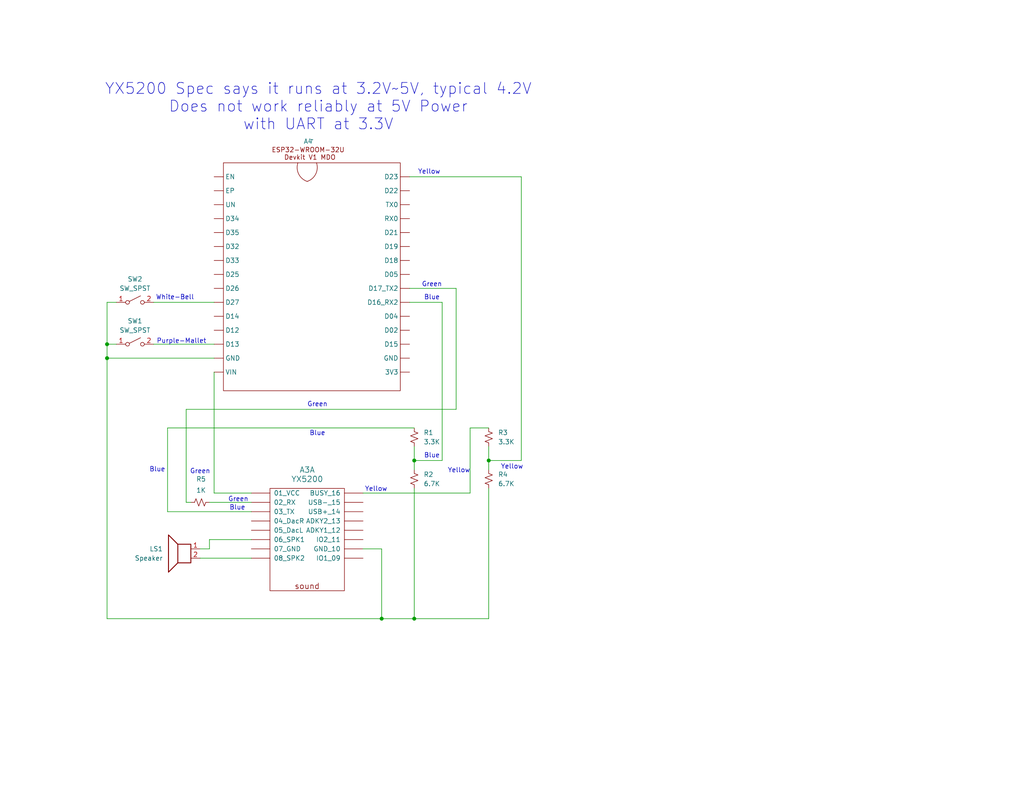
<source format=kicad_sch>
(kicad_sch (version 20250114) (generator "eeschema") (generator_version "9.0")
  (paper "USLetter")
  (title_block (title "Ring the Bell Prototypes") (date "2025-06-20") (rev "Rev 0.9") (company "https://github.com/Mark-MDO47/RingTheBell"))
  (lib_symbols
    (symbol "Device:R_Small_US" (pin_numbers (hide yes)) (pin_names (offset 0.254) (hide yes))
      (property "Reference" "R" (at 0.762 0.508 0))
      (property "Value" "R_Small_US" (at 0.762 -1.016 0))
      (symbol "R_Small_US_1_1"
        (pin passive line (at 0 2.54 270) (length 1.016) (name "~") (number "1"))
        (pin passive line (at 0 -2.54 90) (length 1.016) (name "~") (number "2"))
      )
    )
    (symbol "Device:Speaker" (pin_names (offset 0) (hide yes))
      (property "Reference" "LS" (at 1.27 5.715 0))
      (property "Value" "Speaker" (at 1.27 3.81 0))
      (symbol "Speaker_1_1"
        (pin input line (at -5.08 0 0) (length 2.54) (name "1") (number "1"))
        (pin input line (at -5.08 -2.54 0) (length 2.54) (name "2") (number "2"))
      )
    )
    (symbol "Switch:SW_SPST" (pin_names (offset 0) (hide yes))
      (property "Reference" "SW" (at 0 3.175 0))
      (property "Value" "SW_SPST" (at 0 -2.54 0))
      (symbol "SW_SPST_1_1"
        (pin passive line (at -5.08 0 0) (length 2.54) (name "A") (number "1"))
        (pin passive line (at 5.08 0 180) (length 2.54) (name "B") (number "2"))
      )
    )
    (symbol "YX5200_1" (pin_names (offset 1.016))
      (property "Reference" "A" (at 0 -2.54 0))
      (property "Value" "YX5200" (at 0 -5.08 0))
      (symbol "YX5200_1_0_0"
        (text "sound" (at 0 -7.62 0) (effects (font (size 1.524 1.524))))
      )
      (symbol "YX5200_1_1_1"
        (pin input line (at -15.24 17.78 0) (length 5.08) (name "01_VCC") (number "~"))
        (pin input line (at -15.24 15.24 0) (length 5.08) (name "02_RX") (number "~"))
        (pin input line (at -15.24 12.7 0) (length 5.08) (name "03_TX") (number "~"))
        (pin input line (at -15.24 10.16 0) (length 5.08) (name "04_DacR") (number "~"))
        (pin input line (at -15.24 7.62 0) (length 5.08) (name "05_DacL") (number "~"))
        (pin input line (at -15.24 5.08 0) (length 5.08) (name "06_SPK1") (number "~"))
        (pin input line (at -15.24 2.54 0) (length 5.08) (name "07_GND") (number "~"))
        (pin input line (at -15.24 0 0) (length 5.08) (name "08_SPK2") (number "~"))
        (pin input line (at 15.24 17.78 180) (length 5.08) (name "BUSY_16") (number "~"))
        (pin input line (at 15.24 15.24 180) (length 5.08) (name "USB-_15") (number "~"))
        (pin input line (at 15.24 12.7 180) (length 5.08) (name "USB+_14") (number "~"))
        (pin input line (at 15.24 10.16 180) (length 5.08) (name "ADKY2_13") (number "~"))
        (pin input line (at 15.24 7.62 180) (length 5.08) (name "ADKY1_12") (number "~"))
        (pin input line (at 15.24 5.08 180) (length 5.08) (name "IO2_11") (number "~"))
        (pin input line (at 15.24 2.54 180) (length 5.08) (name "GND_10") (number "~"))
        (pin input line (at 15.24 0 180) (length 5.08) (name "IO1_09") (number "~"))
      )
      (symbol "YX5200_1_2_1"
        (pin input line (at -15.24 17.78 0) (length 5.08) (name "01_VCC") (number "~"))
        (pin input line (at -15.24 15.24 0) (length 5.08) (name "02_RX") (number "~"))
        (pin input line (at -15.24 12.7 0) (length 5.08) (name "03_TX") (number "~"))
        (pin input line (at -15.24 10.16 0) (length 5.08) (name "04_DacR") (number "~"))
        (pin input line (at -15.24 7.62 0) (length 5.08) (name "05_DacL") (number "~"))
        (pin input line (at -15.24 5.08 0) (length 5.08) (name "06_SPK1") (number "~"))
        (pin input line (at -15.24 2.54 0) (length 5.08) (name "07_GND") (number "~"))
        (pin input line (at -15.24 0 0) (length 5.08) (name "08_SPK2") (number "~"))
        (pin input line (at 15.24 17.78 180) (length 5.08) (name "BUSY_16") (number "~"))
        (pin input line (at 15.24 15.24 180) (length 5.08) (name "USB-_15") (number "~"))
        (pin input line (at 15.24 12.7 180) (length 5.08) (name "USB+_14") (number "~"))
        (pin input line (at 15.24 10.16 180) (length 5.08) (name "ADKY2_13") (number "~"))
        (pin input line (at 15.24 7.62 180) (length 5.08) (name "ADKY1_12") (number "~"))
        (pin input line (at 15.24 5.08 180) (length 5.08) (name "IO2_11") (number "~"))
        (pin input line (at 15.24 2.54 180) (length 5.08) (name "GND_10") (number "~"))
        (pin input line (at 15.24 0 180) (length 5.08) (name "IO1_09") (number "~"))
      )
      (symbol "YX5200_1_3_1"
        (pin input line (at -15.24 17.78 0) (length 5.08) (name "01_VCC") (number "~"))
        (pin input line (at -15.24 15.24 0) (length 5.08) (name "02_RX") (number "~"))
        (pin input line (at -15.24 12.7 0) (length 5.08) (name "03_TX") (number "~"))
        (pin input line (at -15.24 10.16 0) (length 5.08) (name "04_DacR") (number "~"))
        (pin input line (at -15.24 7.62 0) (length 5.08) (name "05_DacL") (number "~"))
        (pin input line (at -15.24 5.08 0) (length 5.08) (name "06_SPK1") (number "~"))
        (pin input line (at -15.24 2.54 0) (length 5.08) (name "07_GND") (number "~"))
        (pin input line (at -15.24 0 0) (length 5.08) (name "08_SPK2") (number "~"))
        (pin input line (at 15.24 17.78 180) (length 5.08) (name "BUSY_16") (number "~"))
        (pin input line (at 15.24 15.24 180) (length 5.08) (name "USB-_15") (number "~"))
        (pin input line (at 15.24 12.7 180) (length 5.08) (name "USB+_14") (number "~"))
        (pin input line (at 15.24 10.16 180) (length 5.08) (name "ADKY2_13") (number "~"))
        (pin input line (at 15.24 7.62 180) (length 5.08) (name "ADKY1_12") (number "~"))
        (pin input line (at 15.24 5.08 180) (length 5.08) (name "IO2_11") (number "~"))
        (pin input line (at 15.24 2.54 180) (length 5.08) (name "GND_10") (number "~"))
        (pin input line (at 15.24 0 180) (length 5.08) (name "IO1_09") (number "~"))
      )
      (symbol "YX5200_1_4_1"
        (pin input line (at -15.24 17.78 0) (length 5.08) (name "01_VCC") (number "~"))
        (pin input line (at -15.24 15.24 0) (length 5.08) (name "02_RX") (number "~"))
        (pin input line (at -15.24 12.7 0) (length 5.08) (name "03_TX") (number "~"))
        (pin input line (at -15.24 10.16 0) (length 5.08) (name "04_DacR") (number "~"))
        (pin input line (at -15.24 7.62 0) (length 5.08) (name "05_DacL") (number "~"))
        (pin input line (at -15.24 5.08 0) (length 5.08) (name "06_SPK1") (number "~"))
        (pin input line (at -15.24 2.54 0) (length 5.08) (name "07_GND") (number "~"))
        (pin input line (at -15.24 0 0) (length 5.08) (name "08_SPK2") (number "~"))
        (pin input line (at 15.24 17.78 180) (length 5.08) (name "BUSY_16") (number "~"))
        (pin input line (at 15.24 15.24 180) (length 5.08) (name "USB-_15") (number "~"))
        (pin input line (at 15.24 12.7 180) (length 5.08) (name "USB+_14") (number "~"))
        (pin input line (at 15.24 10.16 180) (length 5.08) (name "ADKY2_13") (number "~"))
        (pin input line (at 15.24 7.62 180) (length 5.08) (name "ADKY1_12") (number "~"))
        (pin input line (at 15.24 5.08 180) (length 5.08) (name "IO2_11") (number "~"))
        (pin input line (at 15.24 2.54 180) (length 5.08) (name "GND_10") (number "~"))
        (pin input line (at 15.24 0 180) (length 5.08) (name "IO1_09") (number "~"))
      )
      (symbol "YX5200_1_5_1"
        (pin input line (at -15.24 17.78 0) (length 5.08) (name "01_VCC") (number "~"))
        (pin input line (at -15.24 15.24 0) (length 5.08) (name "02_RX") (number "~"))
        (pin input line (at -15.24 12.7 0) (length 5.08) (name "03_TX") (number "~"))
        (pin input line (at -15.24 10.16 0) (length 5.08) (name "04_DacR") (number "~"))
        (pin input line (at -15.24 7.62 0) (length 5.08) (name "05_DacL") (number "~"))
        (pin input line (at -15.24 5.08 0) (length 5.08) (name "06_SPK1") (number "~"))
        (pin input line (at -15.24 2.54 0) (length 5.08) (name "07_GND") (number "~"))
        (pin input line (at -15.24 0 0) (length 5.08) (name "08_SPK2") (number "~"))
        (pin input line (at 15.24 17.78 180) (length 5.08) (name "BUSY_16") (number "~"))
        (pin input line (at 15.24 15.24 180) (length 5.08) (name "USB-_15") (number "~"))
        (pin input line (at 15.24 12.7 180) (length 5.08) (name "USB+_14") (number "~"))
        (pin input line (at 15.24 10.16 180) (length 5.08) (name "ADKY2_13") (number "~"))
        (pin input line (at 15.24 7.62 180) (length 5.08) (name "ADKY1_12") (number "~"))
        (pin input line (at 15.24 5.08 180) (length 5.08) (name "IO2_11") (number "~"))
        (pin input line (at 15.24 2.54 180) (length 5.08) (name "GND_10") (number "~"))
        (pin input line (at 15.24 0 180) (length 5.08) (name "IO1_09") (number "~"))
      )
      (symbol "YX5200_1_6_1"
        (pin input line (at -15.24 17.78 0) (length 5.08) (name "01_VCC") (number "~"))
        (pin input line (at -15.24 15.24 0) (length 5.08) (name "02_RX") (number "~"))
        (pin input line (at -15.24 12.7 0) (length 5.08) (name "03_TX") (number "~"))
        (pin input line (at -15.24 10.16 0) (length 5.08) (name "04_DacR") (number "~"))
        (pin input line (at -15.24 7.62 0) (length 5.08) (name "05_DacL") (number "~"))
        (pin input line (at -15.24 5.08 0) (length 5.08) (name "06_SPK1") (number "~"))
        (pin input line (at -15.24 2.54 0) (length 5.08) (name "07_GND") (number "~"))
        (pin input line (at -15.24 0 0) (length 5.08) (name "08_SPK2") (number "~"))
        (pin input line (at 15.24 17.78 180) (length 5.08) (name "BUSY_16") (number "~"))
        (pin input line (at 15.24 15.24 180) (length 5.08) (name "USB-_15") (number "~"))
        (pin input line (at 15.24 12.7 180) (length 5.08) (name "USB+_14") (number "~"))
        (pin input line (at 15.24 10.16 180) (length 5.08) (name "ADKY2_13") (number "~"))
        (pin input line (at 15.24 7.62 180) (length 5.08) (name "ADKY1_12") (number "~"))
        (pin input line (at 15.24 5.08 180) (length 5.08) (name "IO2_11") (number "~"))
        (pin input line (at 15.24 2.54 180) (length 5.08) (name "GND_10") (number "~"))
        (pin input line (at 15.24 0 180) (length 5.08) (name "IO1_09") (number "~"))
      )
      (symbol "YX5200_1_7_1"
        (pin input line (at -15.24 17.78 0) (length 5.08) (name "01_VCC") (number "~"))
        (pin input line (at -15.24 15.24 0) (length 5.08) (name "02_RX") (number "~"))
        (pin input line (at -15.24 12.7 0) (length 5.08) (name "03_TX") (number "~"))
        (pin input line (at -15.24 10.16 0) (length 5.08) (name "04_DacR") (number "~"))
        (pin input line (at -15.24 7.62 0) (length 5.08) (name "05_DacL") (number "~"))
        (pin input line (at -15.24 5.08 0) (length 5.08) (name "06_SPK1") (number "~"))
        (pin input line (at -15.24 2.54 0) (length 5.08) (name "07_GND") (number "~"))
        (pin input line (at -15.24 0 0) (length 5.08) (name "08_SPK2") (number "~"))
        (pin input line (at 15.24 17.78 180) (length 5.08) (name "BUSY_16") (number "~"))
        (pin input line (at 15.24 15.24 180) (length 5.08) (name "USB-_15") (number "~"))
        (pin input line (at 15.24 12.7 180) (length 5.08) (name "USB+_14") (number "~"))
        (pin input line (at 15.24 10.16 180) (length 5.08) (name "ADKY2_13") (number "~"))
        (pin input line (at 15.24 7.62 180) (length 5.08) (name "ADKY1_12") (number "~"))
        (pin input line (at 15.24 5.08 180) (length 5.08) (name "IO2_11") (number "~"))
        (pin input line (at 15.24 2.54 180) (length 5.08) (name "GND_10") (number "~"))
        (pin input line (at 15.24 0 180) (length 5.08) (name "IO1_09") (number "~"))
      )
      (symbol "YX5200_1_8_1"
        (pin input line (at -15.24 17.78 0) (length 5.08) (name "01_VCC") (number "~"))
        (pin input line (at -15.24 15.24 0) (length 5.08) (name "02_RX") (number "~"))
        (pin input line (at -15.24 12.7 0) (length 5.08) (name "03_TX") (number "~"))
        (pin input line (at -15.24 10.16 0) (length 5.08) (name "04_DacR") (number "~"))
        (pin input line (at -15.24 7.62 0) (length 5.08) (name "05_DacL") (number "~"))
        (pin input line (at -15.24 5.08 0) (length 5.08) (name "06_SPK1") (number "~"))
        (pin input line (at -15.24 2.54 0) (length 5.08) (name "07_GND") (number "~"))
        (pin input line (at -15.24 0 0) (length 5.08) (name "08_SPK2") (number "~"))
        (pin input line (at 15.24 17.78 180) (length 5.08) (name "BUSY_16") (number "~"))
        (pin input line (at 15.24 15.24 180) (length 5.08) (name "USB-_15") (number "~"))
        (pin input line (at 15.24 12.7 180) (length 5.08) (name "USB+_14") (number "~"))
        (pin input line (at 15.24 10.16 180) (length 5.08) (name "ADKY2_13") (number "~"))
        (pin input line (at 15.24 7.62 180) (length 5.08) (name "ADKY1_12") (number "~"))
        (pin input line (at 15.24 5.08 180) (length 5.08) (name "IO2_11") (number "~"))
        (pin input line (at 15.24 2.54 180) (length 5.08) (name "GND_10") (number "~"))
        (pin input line (at 15.24 0 180) (length 5.08) (name "IO1_09") (number "~"))
      )
      (symbol "YX5200_1_9_1"
        (pin input line (at -15.24 17.78 0) (length 5.08) (name "01_VCC") (number "~"))
        (pin input line (at -15.24 15.24 0) (length 5.08) (name "02_RX") (number "~"))
        (pin input line (at -15.24 12.7 0) (length 5.08) (name "03_TX") (number "~"))
        (pin input line (at -15.24 10.16 0) (length 5.08) (name "04_DacR") (number "~"))
        (pin input line (at -15.24 7.62 0) (length 5.08) (name "05_DacL") (number "~"))
        (pin input line (at -15.24 5.08 0) (length 5.08) (name "06_SPK1") (number "~"))
        (pin input line (at -15.24 2.54 0) (length 5.08) (name "07_GND") (number "~"))
        (pin input line (at -15.24 0 0) (length 5.08) (name "08_SPK2") (number "~"))
        (pin input line (at 15.24 17.78 180) (length 5.08) (name "BUSY_16") (number "~"))
        (pin input line (at 15.24 15.24 180) (length 5.08) (name "USB-_15") (number "~"))
        (pin input line (at 15.24 12.7 180) (length 5.08) (name "USB+_14") (number "~"))
        (pin input line (at 15.24 10.16 180) (length 5.08) (name "ADKY2_13") (number "~"))
        (pin input line (at 15.24 7.62 180) (length 5.08) (name "ADKY1_12") (number "~"))
        (pin input line (at 15.24 5.08 180) (length 5.08) (name "IO2_11") (number "~"))
        (pin input line (at 15.24 2.54 180) (length 5.08) (name "GND_10") (number "~"))
        (pin input line (at 15.24 0 180) (length 5.08) (name "IO1_09") (number "~"))
      )
      (symbol "YX5200_1_10_1"
        (pin input line (at -15.24 17.78 0) (length 5.08) (name "01_VCC") (number "~"))
        (pin input line (at -15.24 15.24 0) (length 5.08) (name "02_RX") (number "~"))
        (pin input line (at -15.24 12.7 0) (length 5.08) (name "03_TX") (number "~"))
        (pin input line (at -15.24 10.16 0) (length 5.08) (name "04_DacR") (number "~"))
        (pin input line (at -15.24 7.62 0) (length 5.08) (name "05_DacL") (number "~"))
        (pin input line (at -15.24 5.08 0) (length 5.08) (name "06_SPK1") (number "~"))
        (pin input line (at -15.24 2.54 0) (length 5.08) (name "07_GND") (number "~"))
        (pin input line (at -15.24 0 0) (length 5.08) (name "08_SPK2") (number "~"))
        (pin input line (at 15.24 17.78 180) (length 5.08) (name "BUSY_16") (number "~"))
        (pin input line (at 15.24 15.24 180) (length 5.08) (name "USB-_15") (number "~"))
        (pin input line (at 15.24 12.7 180) (length 5.08) (name "USB+_14") (number "~"))
        (pin input line (at 15.24 10.16 180) (length 5.08) (name "ADKY2_13") (number "~"))
        (pin input line (at 15.24 7.62 180) (length 5.08) (name "ADKY1_12") (number "~"))
        (pin input line (at 15.24 5.08 180) (length 5.08) (name "IO2_11") (number "~"))
        (pin input line (at 15.24 2.54 180) (length 5.08) (name "GND_10") (number "~"))
        (pin input line (at 15.24 0 180) (length 5.08) (name "IO1_09") (number "~"))
      )
      (symbol "YX5200_1_11_1"
        (pin input line (at -15.24 17.78 0) (length 5.08) (name "01_VCC") (number "~"))
        (pin input line (at -15.24 15.24 0) (length 5.08) (name "02_RX") (number "~"))
        (pin input line (at -15.24 12.7 0) (length 5.08) (name "03_TX") (number "~"))
        (pin input line (at -15.24 10.16 0) (length 5.08) (name "04_DacR") (number "~"))
        (pin input line (at -15.24 7.62 0) (length 5.08) (name "05_DacL") (number "~"))
        (pin input line (at -15.24 5.08 0) (length 5.08) (name "06_SPK1") (number "~"))
        (pin input line (at -15.24 2.54 0) (length 5.08) (name "07_GND") (number "~"))
        (pin input line (at -15.24 0 0) (length 5.08) (name "08_SPK2") (number "~"))
        (pin input line (at 15.24 17.78 180) (length 5.08) (name "BUSY_16") (number "~"))
        (pin input line (at 15.24 15.24 180) (length 5.08) (name "USB-_15") (number "~"))
        (pin input line (at 15.24 12.7 180) (length 5.08) (name "USB+_14") (number "~"))
        (pin input line (at 15.24 10.16 180) (length 5.08) (name "ADKY2_13") (number "~"))
        (pin input line (at 15.24 7.62 180) (length 5.08) (name "ADKY1_12") (number "~"))
        (pin input line (at 15.24 5.08 180) (length 5.08) (name "IO2_11") (number "~"))
        (pin input line (at 15.24 2.54 180) (length 5.08) (name "GND_10") (number "~"))
        (pin input line (at 15.24 0 180) (length 5.08) (name "IO1_09") (number "~"))
      )
      (symbol "YX5200_1_12_1"
        (pin input line (at -15.24 17.78 0) (length 5.08) (name "01_VCC") (number "~"))
        (pin input line (at -15.24 15.24 0) (length 5.08) (name "02_RX") (number "~"))
        (pin input line (at -15.24 12.7 0) (length 5.08) (name "03_TX") (number "~"))
        (pin input line (at -15.24 10.16 0) (length 5.08) (name "04_DacR") (number "~"))
        (pin input line (at -15.24 7.62 0) (length 5.08) (name "05_DacL") (number "~"))
        (pin input line (at -15.24 5.08 0) (length 5.08) (name "06_SPK1") (number "~"))
        (pin input line (at -15.24 2.54 0) (length 5.08) (name "07_GND") (number "~"))
        (pin input line (at -15.24 0 0) (length 5.08) (name "08_SPK2") (number "~"))
        (pin input line (at 15.24 17.78 180) (length 5.08) (name "BUSY_16") (number "~"))
        (pin input line (at 15.24 15.24 180) (length 5.08) (name "USB-_15") (number "~"))
        (pin input line (at 15.24 12.7 180) (length 5.08) (name "USB+_14") (number "~"))
        (pin input line (at 15.24 10.16 180) (length 5.08) (name "ADKY2_13") (number "~"))
        (pin input line (at 15.24 7.62 180) (length 5.08) (name "ADKY1_12") (number "~"))
        (pin input line (at 15.24 5.08 180) (length 5.08) (name "IO2_11") (number "~"))
        (pin input line (at 15.24 2.54 180) (length 5.08) (name "GND_10") (number "~"))
        (pin input line (at 15.24 0 180) (length 5.08) (name "IO1_09") (number "~"))
      )
      (symbol "YX5200_1_13_1"
        (pin input line (at -15.24 17.78 0) (length 5.08) (name "01_VCC") (number "~"))
        (pin input line (at -15.24 15.24 0) (length 5.08) (name "02_RX") (number "~"))
        (pin input line (at -15.24 12.7 0) (length 5.08) (name "03_TX") (number "~"))
        (pin input line (at -15.24 10.16 0) (length 5.08) (name "04_DacR") (number "~"))
        (pin input line (at -15.24 7.62 0) (length 5.08) (name "05_DacL") (number "~"))
        (pin input line (at -15.24 5.08 0) (length 5.08) (name "06_SPK1") (number "~"))
        (pin input line (at -15.24 2.54 0) (length 5.08) (name "07_GND") (number "~"))
        (pin input line (at -15.24 0 0) (length 5.08) (name "08_SPK2") (number "~"))
        (pin input line (at 15.24 17.78 180) (length 5.08) (name "BUSY_16") (number "~"))
        (pin input line (at 15.24 15.24 180) (length 5.08) (name "USB-_15") (number "~"))
        (pin input line (at 15.24 12.7 180) (length 5.08) (name "USB+_14") (number "~"))
        (pin input line (at 15.24 10.16 180) (length 5.08) (name "ADKY2_13") (number "~"))
        (pin input line (at 15.24 7.62 180) (length 5.08) (name "ADKY1_12") (number "~"))
        (pin input line (at 15.24 5.08 180) (length 5.08) (name "IO2_11") (number "~"))
        (pin input line (at 15.24 2.54 180) (length 5.08) (name "GND_10") (number "~"))
        (pin input line (at 15.24 0 180) (length 5.08) (name "IO1_09") (number "~"))
      )
      (symbol "YX5200_1_14_1"
        (pin input line (at -15.24 17.78 0) (length 5.08) (name "01_VCC") (number "~"))
        (pin input line (at -15.24 15.24 0) (length 5.08) (name "02_RX") (number "~"))
        (pin input line (at -15.24 12.7 0) (length 5.08) (name "03_TX") (number "~"))
        (pin input line (at -15.24 10.16 0) (length 5.08) (name "04_DacR") (number "~"))
        (pin input line (at -15.24 7.62 0) (length 5.08) (name "05_DacL") (number "~"))
        (pin input line (at -15.24 5.08 0) (length 5.08) (name "06_SPK1") (number "~"))
        (pin input line (at -15.24 2.54 0) (length 5.08) (name "07_GND") (number "~"))
        (pin input line (at -15.24 0 0) (length 5.08) (name "08_SPK2") (number "~"))
        (pin input line (at 15.24 17.78 180) (length 5.08) (name "BUSY_16") (number "~"))
        (pin input line (at 15.24 15.24 180) (length 5.08) (name "USB-_15") (number "~"))
        (pin input line (at 15.24 12.7 180) (length 5.08) (name "USB+_14") (number "~"))
        (pin input line (at 15.24 10.16 180) (length 5.08) (name "ADKY2_13") (number "~"))
        (pin input line (at 15.24 7.62 180) (length 5.08) (name "ADKY1_12") (number "~"))
        (pin input line (at 15.24 5.08 180) (length 5.08) (name "IO2_11") (number "~"))
        (pin input line (at 15.24 2.54 180) (length 5.08) (name "GND_10") (number "~"))
        (pin input line (at 15.24 0 180) (length 5.08) (name "IO1_09") (number "~"))
      )
      (symbol "YX5200_1_15_1"
        (pin input line (at -15.24 17.78 0) (length 5.08) (name "01_VCC") (number "~"))
        (pin input line (at -15.24 15.24 0) (length 5.08) (name "02_RX") (number "~"))
        (pin input line (at -15.24 12.7 0) (length 5.08) (name "03_TX") (number "~"))
        (pin input line (at -15.24 10.16 0) (length 5.08) (name "04_DacR") (number "~"))
        (pin input line (at -15.24 7.62 0) (length 5.08) (name "05_DacL") (number "~"))
        (pin input line (at -15.24 5.08 0) (length 5.08) (name "06_SPK1") (number "~"))
        (pin input line (at -15.24 2.54 0) (length 5.08) (name "07_GND") (number "~"))
        (pin input line (at -15.24 0 0) (length 5.08) (name "08_SPK2") (number "~"))
        (pin input line (at 15.24 17.78 180) (length 5.08) (name "BUSY_16") (number "~"))
        (pin input line (at 15.24 15.24 180) (length 5.08) (name "USB-_15") (number "~"))
        (pin input line (at 15.24 12.7 180) (length 5.08) (name "USB+_14") (number "~"))
        (pin input line (at 15.24 10.16 180) (length 5.08) (name "ADKY2_13") (number "~"))
        (pin input line (at 15.24 7.62 180) (length 5.08) (name "ADKY1_12") (number "~"))
        (pin input line (at 15.24 5.08 180) (length 5.08) (name "IO2_11") (number "~"))
        (pin input line (at 15.24 2.54 180) (length 5.08) (name "GND_10") (number "~"))
        (pin input line (at 15.24 0 180) (length 5.08) (name "IO1_09") (number "~"))
      )
      (symbol "YX5200_1_16_1"
        (pin input line (at -15.24 17.78 0) (length 5.08) (name "01_VCC") (number "~"))
        (pin input line (at -15.24 15.24 0) (length 5.08) (name "02_RX") (number "~"))
        (pin input line (at -15.24 12.7 0) (length 5.08) (name "03_TX") (number "~"))
        (pin input line (at -15.24 10.16 0) (length 5.08) (name "04_DacR") (number "~"))
        (pin input line (at -15.24 7.62 0) (length 5.08) (name "05_DacL") (number "~"))
        (pin input line (at -15.24 5.08 0) (length 5.08) (name "06_SPK1") (number "~"))
        (pin input line (at -15.24 2.54 0) (length 5.08) (name "07_GND") (number "~"))
        (pin input line (at -15.24 0 0) (length 5.08) (name "08_SPK2") (number "~"))
        (pin input line (at 15.24 17.78 180) (length 5.08) (name "BUSY_16") (number "~"))
        (pin input line (at 15.24 15.24 180) (length 5.08) (name "USB-_15") (number "~"))
        (pin input line (at 15.24 12.7 180) (length 5.08) (name "USB+_14") (number "~"))
        (pin input line (at 15.24 10.16 180) (length 5.08) (name "ADKY2_13") (number "~"))
        (pin input line (at 15.24 7.62 180) (length 5.08) (name "ADKY1_12") (number "~"))
        (pin input line (at 15.24 5.08 180) (length 5.08) (name "IO2_11") (number "~"))
        (pin input line (at 15.24 2.54 180) (length 5.08) (name "GND_10") (number "~"))
        (pin input line (at 15.24 0 180) (length 5.08) (name "IO1_09") (number "~"))
      )
      (symbol "YX5200_1_17_1"
        (pin input line (at -15.24 17.78 0) (length 5.08) (name "01_VCC") (number "~"))
        (pin input line (at -15.24 15.24 0) (length 5.08) (name "02_RX") (number "~"))
        (pin input line (at -15.24 12.7 0) (length 5.08) (name "03_TX") (number "~"))
        (pin input line (at -15.24 10.16 0) (length 5.08) (name "04_DacR") (number "~"))
        (pin input line (at -15.24 7.62 0) (length 5.08) (name "05_DacL") (number "~"))
        (pin input line (at -15.24 5.08 0) (length 5.08) (name "06_SPK1") (number "~"))
        (pin input line (at -15.24 2.54 0) (length 5.08) (name "07_GND") (number "~"))
        (pin input line (at -15.24 0 0) (length 5.08) (name "08_SPK2") (number "~"))
        (pin input line (at 15.24 17.78 180) (length 5.08) (name "BUSY_16") (number "~"))
        (pin input line (at 15.24 15.24 180) (length 5.08) (name "USB-_15") (number "~"))
        (pin input line (at 15.24 12.7 180) (length 5.08) (name "USB+_14") (number "~"))
        (pin input line (at 15.24 10.16 180) (length 5.08) (name "ADKY2_13") (number "~"))
        (pin input line (at 15.24 7.62 180) (length 5.08) (name "ADKY1_12") (number "~"))
        (pin input line (at 15.24 5.08 180) (length 5.08) (name "IO2_11") (number "~"))
        (pin input line (at 15.24 2.54 180) (length 5.08) (name "GND_10") (number "~"))
        (pin input line (at 15.24 0 180) (length 5.08) (name "IO1_09") (number "~"))
      )
      (symbol "YX5200_1_18_1"
        (pin input line (at -15.24 17.78 0) (length 5.08) (name "01_VCC") (number "~"))
        (pin input line (at -15.24 15.24 0) (length 5.08) (name "02_RX") (number "~"))
        (pin input line (at -15.24 12.7 0) (length 5.08) (name "03_TX") (number "~"))
        (pin input line (at -15.24 10.16 0) (length 5.08) (name "04_DacR") (number "~"))
        (pin input line (at -15.24 7.62 0) (length 5.08) (name "05_DacL") (number "~"))
        (pin input line (at -15.24 5.08 0) (length 5.08) (name "06_SPK1") (number "~"))
        (pin input line (at -15.24 2.54 0) (length 5.08) (name "07_GND") (number "~"))
        (pin input line (at -15.24 0 0) (length 5.08) (name "08_SPK2") (number "~"))
        (pin input line (at 15.24 17.78 180) (length 5.08) (name "BUSY_16") (number "~"))
        (pin input line (at 15.24 15.24 180) (length 5.08) (name "USB-_15") (number "~"))
        (pin input line (at 15.24 12.7 180) (length 5.08) (name "USB+_14") (number "~"))
        (pin input line (at 15.24 10.16 180) (length 5.08) (name "ADKY2_13") (number "~"))
        (pin input line (at 15.24 7.62 180) (length 5.08) (name "ADKY1_12") (number "~"))
        (pin input line (at 15.24 5.08 180) (length 5.08) (name "IO2_11") (number "~"))
        (pin input line (at 15.24 2.54 180) (length 5.08) (name "GND_10") (number "~"))
        (pin input line (at 15.24 0 180) (length 5.08) (name "IO1_09") (number "~"))
      )
      (symbol "YX5200_1_19_1"
        (pin input line (at -15.24 17.78 0) (length 5.08) (name "01_VCC") (number "~"))
        (pin input line (at -15.24 15.24 0) (length 5.08) (name "02_RX") (number "~"))
        (pin input line (at -15.24 12.7 0) (length 5.08) (name "03_TX") (number "~"))
        (pin input line (at -15.24 10.16 0) (length 5.08) (name "04_DacR") (number "~"))
        (pin input line (at -15.24 7.62 0) (length 5.08) (name "05_DacL") (number "~"))
        (pin input line (at -15.24 5.08 0) (length 5.08) (name "06_SPK1") (number "~"))
        (pin input line (at -15.24 2.54 0) (length 5.08) (name "07_GND") (number "~"))
        (pin input line (at -15.24 0 0) (length 5.08) (name "08_SPK2") (number "~"))
        (pin input line (at 15.24 17.78 180) (length 5.08) (name "BUSY_16") (number "~"))
        (pin input line (at 15.24 15.24 180) (length 5.08) (name "USB-_15") (number "~"))
        (pin input line (at 15.24 12.7 180) (length 5.08) (name "USB+_14") (number "~"))
        (pin input line (at 15.24 10.16 180) (length 5.08) (name "ADKY2_13") (number "~"))
        (pin input line (at 15.24 7.62 180) (length 5.08) (name "ADKY1_12") (number "~"))
        (pin input line (at 15.24 5.08 180) (length 5.08) (name "IO2_11") (number "~"))
        (pin input line (at 15.24 2.54 180) (length 5.08) (name "GND_10") (number "~"))
        (pin input line (at 15.24 0 180) (length 5.08) (name "IO1_09") (number "~"))
      )
      (symbol "YX5200_1_20_1"
        (pin input line (at -15.24 17.78 0) (length 5.08) (name "01_VCC") (number "~"))
        (pin input line (at -15.24 15.24 0) (length 5.08) (name "02_RX") (number "~"))
        (pin input line (at -15.24 12.7 0) (length 5.08) (name "03_TX") (number "~"))
        (pin input line (at -15.24 10.16 0) (length 5.08) (name "04_DacR") (number "~"))
        (pin input line (at -15.24 7.62 0) (length 5.08) (name "05_DacL") (number "~"))
        (pin input line (at -15.24 5.08 0) (length 5.08) (name "06_SPK1") (number "~"))
        (pin input line (at -15.24 2.54 0) (length 5.08) (name "07_GND") (number "~"))
        (pin input line (at -15.24 0 0) (length 5.08) (name "08_SPK2") (number "~"))
        (pin input line (at 15.24 17.78 180) (length 5.08) (name "BUSY_16") (number "~"))
        (pin input line (at 15.24 15.24 180) (length 5.08) (name "USB-_15") (number "~"))
        (pin input line (at 15.24 12.7 180) (length 5.08) (name "USB+_14") (number "~"))
        (pin input line (at 15.24 10.16 180) (length 5.08) (name "ADKY2_13") (number "~"))
        (pin input line (at 15.24 7.62 180) (length 5.08) (name "ADKY1_12") (number "~"))
        (pin input line (at 15.24 5.08 180) (length 5.08) (name "IO2_11") (number "~"))
        (pin input line (at 15.24 2.54 180) (length 5.08) (name "GND_10") (number "~"))
        (pin input line (at 15.24 0 180) (length 5.08) (name "IO1_09") (number "~"))
      )
      (symbol "YX5200_1_21_1"
        (pin input line (at -15.24 17.78 0) (length 5.08) (name "01_VCC") (number "~"))
        (pin input line (at -15.24 15.24 0) (length 5.08) (name "02_RX") (number "~"))
        (pin input line (at -15.24 12.7 0) (length 5.08) (name "03_TX") (number "~"))
        (pin input line (at -15.24 10.16 0) (length 5.08) (name "04_DacR") (number "~"))
        (pin input line (at -15.24 7.62 0) (length 5.08) (name "05_DacL") (number "~"))
        (pin input line (at -15.24 5.08 0) (length 5.08) (name "06_SPK1") (number "~"))
        (pin input line (at -15.24 2.54 0) (length 5.08) (name "07_GND") (number "~"))
        (pin input line (at -15.24 0 0) (length 5.08) (name "08_SPK2") (number "~"))
        (pin input line (at 15.24 17.78 180) (length 5.08) (name "BUSY_16") (number "~"))
        (pin input line (at 15.24 15.24 180) (length 5.08) (name "USB-_15") (number "~"))
        (pin input line (at 15.24 12.7 180) (length 5.08) (name "USB+_14") (number "~"))
        (pin input line (at 15.24 10.16 180) (length 5.08) (name "ADKY2_13") (number "~"))
        (pin input line (at 15.24 7.62 180) (length 5.08) (name "ADKY1_12") (number "~"))
        (pin input line (at 15.24 5.08 180) (length 5.08) (name "IO2_11") (number "~"))
        (pin input line (at 15.24 2.54 180) (length 5.08) (name "GND_10") (number "~"))
        (pin input line (at 15.24 0 180) (length 5.08) (name "IO1_09") (number "~"))
      )
      (symbol "YX5200_1_22_1"
        (pin input line (at -15.24 17.78 0) (length 5.08) (name "01_VCC") (number "~"))
        (pin input line (at -15.24 15.24 0) (length 5.08) (name "02_RX") (number "~"))
        (pin input line (at -15.24 12.7 0) (length 5.08) (name "03_TX") (number "~"))
        (pin input line (at -15.24 10.16 0) (length 5.08) (name "04_DacR") (number "~"))
        (pin input line (at -15.24 7.62 0) (length 5.08) (name "05_DacL") (number "~"))
        (pin input line (at -15.24 5.08 0) (length 5.08) (name "06_SPK1") (number "~"))
        (pin input line (at -15.24 2.54 0) (length 5.08) (name "07_GND") (number "~"))
        (pin input line (at -15.24 0 0) (length 5.08) (name "08_SPK2") (number "~"))
        (pin input line (at 15.24 17.78 180) (length 5.08) (name "BUSY_16") (number "~"))
        (pin input line (at 15.24 15.24 180) (length 5.08) (name "USB-_15") (number "~"))
        (pin input line (at 15.24 12.7 180) (length 5.08) (name "USB+_14") (number "~"))
        (pin input line (at 15.24 10.16 180) (length 5.08) (name "ADKY2_13") (number "~"))
        (pin input line (at 15.24 7.62 180) (length 5.08) (name "ADKY1_12") (number "~"))
        (pin input line (at 15.24 5.08 180) (length 5.08) (name "IO2_11") (number "~"))
        (pin input line (at 15.24 2.54 180) (length 5.08) (name "GND_10") (number "~"))
        (pin input line (at 15.24 0 180) (length 5.08) (name "IO1_09") (number "~"))
      )
      (symbol "YX5200_1_23_1"
        (pin input line (at -15.24 17.78 0) (length 5.08) (name "01_VCC") (number "~"))
        (pin input line (at -15.24 15.24 0) (length 5.08) (name "02_RX") (number "~"))
        (pin input line (at -15.24 12.7 0) (length 5.08) (name "03_TX") (number "~"))
        (pin input line (at -15.24 10.16 0) (length 5.08) (name "04_DacR") (number "~"))
        (pin input line (at -15.24 7.62 0) (length 5.08) (name "05_DacL") (number "~"))
        (pin input line (at -15.24 5.08 0) (length 5.08) (name "06_SPK1") (number "~"))
        (pin input line (at -15.24 2.54 0) (length 5.08) (name "07_GND") (number "~"))
        (pin input line (at -15.24 0 0) (length 5.08) (name "08_SPK2") (number "~"))
        (pin input line (at 15.24 17.78 180) (length 5.08) (name "BUSY_16") (number "~"))
        (pin input line (at 15.24 15.24 180) (length 5.08) (name "USB-_15") (number "~"))
        (pin input line (at 15.24 12.7 180) (length 5.08) (name "USB+_14") (number "~"))
        (pin input line (at 15.24 10.16 180) (length 5.08) (name "ADKY2_13") (number "~"))
        (pin input line (at 15.24 7.62 180) (length 5.08) (name "ADKY1_12") (number "~"))
        (pin input line (at 15.24 5.08 180) (length 5.08) (name "IO2_11") (number "~"))
        (pin input line (at 15.24 2.54 180) (length 5.08) (name "GND_10") (number "~"))
        (pin input line (at 15.24 0 180) (length 5.08) (name "IO1_09") (number "~"))
      )
      (symbol "YX5200_1_24_1"
        (pin input line (at -15.24 17.78 0) (length 5.08) (name "01_VCC") (number "~"))
        (pin input line (at -15.24 15.24 0) (length 5.08) (name "02_RX") (number "~"))
        (pin input line (at -15.24 12.7 0) (length 5.08) (name "03_TX") (number "~"))
        (pin input line (at -15.24 10.16 0) (length 5.08) (name "04_DacR") (number "~"))
        (pin input line (at -15.24 7.62 0) (length 5.08) (name "05_DacL") (number "~"))
        (pin input line (at -15.24 5.08 0) (length 5.08) (name "06_SPK1") (number "~"))
        (pin input line (at -15.24 2.54 0) (length 5.08) (name "07_GND") (number "~"))
        (pin input line (at -15.24 0 0) (length 5.08) (name "08_SPK2") (number "~"))
        (pin input line (at 15.24 17.78 180) (length 5.08) (name "BUSY_16") (number "~"))
        (pin input line (at 15.24 15.24 180) (length 5.08) (name "USB-_15") (number "~"))
        (pin input line (at 15.24 12.7 180) (length 5.08) (name "USB+_14") (number "~"))
        (pin input line (at 15.24 10.16 180) (length 5.08) (name "ADKY2_13") (number "~"))
        (pin input line (at 15.24 7.62 180) (length 5.08) (name "ADKY1_12") (number "~"))
        (pin input line (at 15.24 5.08 180) (length 5.08) (name "IO2_11") (number "~"))
        (pin input line (at 15.24 2.54 180) (length 5.08) (name "GND_10") (number "~"))
        (pin input line (at 15.24 0 180) (length 5.08) (name "IO1_09") (number "~"))
      )
      (symbol "YX5200_1_25_1"
        (pin input line (at -15.24 17.78 0) (length 5.08) (name "01_VCC") (number "~"))
        (pin input line (at -15.24 15.24 0) (length 5.08) (name "02_RX") (number "~"))
        (pin input line (at -15.24 12.7 0) (length 5.08) (name "03_TX") (number "~"))
        (pin input line (at -15.24 10.16 0) (length 5.08) (name "04_DacR") (number "~"))
        (pin input line (at -15.24 7.62 0) (length 5.08) (name "05_DacL") (number "~"))
        (pin input line (at -15.24 5.08 0) (length 5.08) (name "06_SPK1") (number "~"))
        (pin input line (at -15.24 2.54 0) (length 5.08) (name "07_GND") (number "~"))
        (pin input line (at -15.24 0 0) (length 5.08) (name "08_SPK2") (number "~"))
        (pin input line (at 15.24 17.78 180) (length 5.08) (name "BUSY_16") (number "~"))
        (pin input line (at 15.24 15.24 180) (length 5.08) (name "USB-_15") (number "~"))
        (pin input line (at 15.24 12.7 180) (length 5.08) (name "USB+_14") (number "~"))
        (pin input line (at 15.24 10.16 180) (length 5.08) (name "ADKY2_13") (number "~"))
        (pin input line (at 15.24 7.62 180) (length 5.08) (name "ADKY1_12") (number "~"))
        (pin input line (at 15.24 5.08 180) (length 5.08) (name "IO2_11") (number "~"))
        (pin input line (at 15.24 2.54 180) (length 5.08) (name "GND_10") (number "~"))
        (pin input line (at 15.24 0 180) (length 5.08) (name "IO1_09") (number "~"))
      )
      (symbol "YX5200_1_26_1"
        (pin input line (at -15.24 17.78 0) (length 5.08) (name "01_VCC") (number "~"))
        (pin input line (at -15.24 15.24 0) (length 5.08) (name "02_RX") (number "~"))
        (pin input line (at -15.24 12.7 0) (length 5.08) (name "03_TX") (number "~"))
        (pin input line (at -15.24 10.16 0) (length 5.08) (name "04_DacR") (number "~"))
        (pin input line (at -15.24 7.62 0) (length 5.08) (name "05_DacL") (number "~"))
        (pin input line (at -15.24 5.08 0) (length 5.08) (name "06_SPK1") (number "~"))
        (pin input line (at -15.24 2.54 0) (length 5.08) (name "07_GND") (number "~"))
        (pin input line (at -15.24 0 0) (length 5.08) (name "08_SPK2") (number "~"))
        (pin input line (at 15.24 17.78 180) (length 5.08) (name "BUSY_16") (number "~"))
        (pin input line (at 15.24 15.24 180) (length 5.08) (name "USB-_15") (number "~"))
        (pin input line (at 15.24 12.7 180) (length 5.08) (name "USB+_14") (number "~"))
        (pin input line (at 15.24 10.16 180) (length 5.08) (name "ADKY2_13") (number "~"))
        (pin input line (at 15.24 7.62 180) (length 5.08) (name "ADKY1_12") (number "~"))
        (pin input line (at 15.24 5.08 180) (length 5.08) (name "IO2_11") (number "~"))
        (pin input line (at 15.24 2.54 180) (length 5.08) (name "GND_10") (number "~"))
        (pin input line (at 15.24 0 180) (length 5.08) (name "IO1_09") (number "~"))
      )
      (symbol "YX5200_1_27_1"
        (pin input line (at -15.24 17.78 0) (length 5.08) (name "01_VCC") (number "~"))
        (pin input line (at -15.24 15.24 0) (length 5.08) (name "02_RX") (number "~"))
        (pin input line (at -15.24 12.7 0) (length 5.08) (name "03_TX") (number "~"))
        (pin input line (at -15.24 10.16 0) (length 5.08) (name "04_DacR") (number "~"))
        (pin input line (at -15.24 7.62 0) (length 5.08) (name "05_DacL") (number "~"))
        (pin input line (at -15.24 5.08 0) (length 5.08) (name "06_SPK1") (number "~"))
        (pin input line (at -15.24 2.54 0) (length 5.08) (name "07_GND") (number "~"))
        (pin input line (at -15.24 0 0) (length 5.08) (name "08_SPK2") (number "~"))
        (pin input line (at 15.24 17.78 180) (length 5.08) (name "BUSY_16") (number "~"))
        (pin input line (at 15.24 15.24 180) (length 5.08) (name "USB-_15") (number "~"))
        (pin input line (at 15.24 12.7 180) (length 5.08) (name "USB+_14") (number "~"))
        (pin input line (at 15.24 10.16 180) (length 5.08) (name "ADKY2_13") (number "~"))
        (pin input line (at 15.24 7.62 180) (length 5.08) (name "ADKY1_12") (number "~"))
        (pin input line (at 15.24 5.08 180) (length 5.08) (name "IO2_11") (number "~"))
        (pin input line (at 15.24 2.54 180) (length 5.08) (name "GND_10") (number "~"))
        (pin input line (at 15.24 0 180) (length 5.08) (name "IO1_09") (number "~"))
      )
      (symbol "YX5200_1_28_1"
        (pin input line (at -15.24 17.78 0) (length 5.08) (name "01_VCC") (number "~"))
        (pin input line (at -15.24 15.24 0) (length 5.08) (name "02_RX") (number "~"))
        (pin input line (at -15.24 12.7 0) (length 5.08) (name "03_TX") (number "~"))
        (pin input line (at -15.24 10.16 0) (length 5.08) (name "04_DacR") (number "~"))
        (pin input line (at -15.24 7.62 0) (length 5.08) (name "05_DacL") (number "~"))
        (pin input line (at -15.24 5.08 0) (length 5.08) (name "06_SPK1") (number "~"))
        (pin input line (at -15.24 2.54 0) (length 5.08) (name "07_GND") (number "~"))
        (pin input line (at -15.24 0 0) (length 5.08) (name "08_SPK2") (number "~"))
        (pin input line (at 15.24 17.78 180) (length 5.08) (name "BUSY_16") (number "~"))
        (pin input line (at 15.24 15.24 180) (length 5.08) (name "USB-_15") (number "~"))
        (pin input line (at 15.24 12.7 180) (length 5.08) (name "USB+_14") (number "~"))
        (pin input line (at 15.24 10.16 180) (length 5.08) (name "ADKY2_13") (number "~"))
        (pin input line (at 15.24 7.62 180) (length 5.08) (name "ADKY1_12") (number "~"))
        (pin input line (at 15.24 5.08 180) (length 5.08) (name "IO2_11") (number "~"))
        (pin input line (at 15.24 2.54 180) (length 5.08) (name "GND_10") (number "~"))
        (pin input line (at 15.24 0 180) (length 5.08) (name "IO1_09") (number "~"))
      )
      (symbol "YX5200_1_29_1"
        (pin input line (at -15.24 17.78 0) (length 5.08) (name "01_VCC") (number "~"))
        (pin input line (at -15.24 15.24 0) (length 5.08) (name "02_RX") (number "~"))
        (pin input line (at -15.24 12.7 0) (length 5.08) (name "03_TX") (number "~"))
        (pin input line (at -15.24 10.16 0) (length 5.08) (name "04_DacR") (number "~"))
        (pin input line (at -15.24 7.62 0) (length 5.08) (name "05_DacL") (number "~"))
        (pin input line (at -15.24 5.08 0) (length 5.08) (name "06_SPK1") (number "~"))
        (pin input line (at -15.24 2.54 0) (length 5.08) (name "07_GND") (number "~"))
        (pin input line (at -15.24 0 0) (length 5.08) (name "08_SPK2") (number "~"))
        (pin input line (at 15.24 17.78 180) (length 5.08) (name "BUSY_16") (number "~"))
        (pin input line (at 15.24 15.24 180) (length 5.08) (name "USB-_15") (number "~"))
        (pin input line (at 15.24 12.7 180) (length 5.08) (name "USB+_14") (number "~"))
        (pin input line (at 15.24 10.16 180) (length 5.08) (name "ADKY2_13") (number "~"))
        (pin input line (at 15.24 7.62 180) (length 5.08) (name "ADKY1_12") (number "~"))
        (pin input line (at 15.24 5.08 180) (length 5.08) (name "IO2_11") (number "~"))
        (pin input line (at 15.24 2.54 180) (length 5.08) (name "GND_10") (number "~"))
        (pin input line (at 15.24 0 180) (length 5.08) (name "IO1_09") (number "~"))
      )
      (symbol "YX5200_1_30_1"
        (pin input line (at -15.24 17.78 0) (length 5.08) (name "01_VCC") (number "~"))
        (pin input line (at -15.24 15.24 0) (length 5.08) (name "02_RX") (number "~"))
        (pin input line (at -15.24 12.7 0) (length 5.08) (name "03_TX") (number "~"))
        (pin input line (at -15.24 10.16 0) (length 5.08) (name "04_DacR") (number "~"))
        (pin input line (at -15.24 7.62 0) (length 5.08) (name "05_DacL") (number "~"))
        (pin input line (at -15.24 5.08 0) (length 5.08) (name "06_SPK1") (number "~"))
        (pin input line (at -15.24 2.54 0) (length 5.08) (name "07_GND") (number "~"))
        (pin input line (at -15.24 0 0) (length 5.08) (name "08_SPK2") (number "~"))
        (pin input line (at 15.24 17.78 180) (length 5.08) (name "BUSY_16") (number "~"))
        (pin input line (at 15.24 15.24 180) (length 5.08) (name "USB-_15") (number "~"))
        (pin input line (at 15.24 12.7 180) (length 5.08) (name "USB+_14") (number "~"))
        (pin input line (at 15.24 10.16 180) (length 5.08) (name "ADKY2_13") (number "~"))
        (pin input line (at 15.24 7.62 180) (length 5.08) (name "ADKY1_12") (number "~"))
        (pin input line (at 15.24 5.08 180) (length 5.08) (name "IO2_11") (number "~"))
        (pin input line (at 15.24 2.54 180) (length 5.08) (name "GND_10") (number "~"))
        (pin input line (at 15.24 0 180) (length 5.08) (name "IO1_09") (number "~"))
      )
      (symbol "YX5200_1_31_1"
        (pin input line (at -15.24 17.78 0) (length 5.08) (name "01_VCC") (number "~"))
        (pin input line (at -15.24 15.24 0) (length 5.08) (name "02_RX") (number "~"))
        (pin input line (at -15.24 12.7 0) (length 5.08) (name "03_TX") (number "~"))
        (pin input line (at -15.24 10.16 0) (length 5.08) (name "04_DacR") (number "~"))
        (pin input line (at -15.24 7.62 0) (length 5.08) (name "05_DacL") (number "~"))
        (pin input line (at -15.24 5.08 0) (length 5.08) (name "06_SPK1") (number "~"))
        (pin input line (at -15.24 2.54 0) (length 5.08) (name "07_GND") (number "~"))
        (pin input line (at -15.24 0 0) (length 5.08) (name "08_SPK2") (number "~"))
        (pin input line (at 15.24 17.78 180) (length 5.08) (name "BUSY_16") (number "~"))
        (pin input line (at 15.24 15.24 180) (length 5.08) (name "USB-_15") (number "~"))
        (pin input line (at 15.24 12.7 180) (length 5.08) (name "USB+_14") (number "~"))
        (pin input line (at 15.24 10.16 180) (length 5.08) (name "ADKY2_13") (number "~"))
        (pin input line (at 15.24 7.62 180) (length 5.08) (name "ADKY1_12") (number "~"))
        (pin input line (at 15.24 5.08 180) (length 5.08) (name "IO2_11") (number "~"))
        (pin input line (at 15.24 2.54 180) (length 5.08) (name "GND_10") (number "~"))
        (pin input line (at 15.24 0 180) (length 5.08) (name "IO1_09") (number "~"))
      )
      (symbol "YX5200_1_32_1"
        (pin input line (at -15.24 17.78 0) (length 5.08) (name "01_VCC") (number "~"))
        (pin input line (at -15.24 15.24 0) (length 5.08) (name "02_RX") (number "~"))
        (pin input line (at -15.24 12.7 0) (length 5.08) (name "03_TX") (number "~"))
        (pin input line (at -15.24 10.16 0) (length 5.08) (name "04_DacR") (number "~"))
        (pin input line (at -15.24 7.62 0) (length 5.08) (name "05_DacL") (number "~"))
        (pin input line (at -15.24 5.08 0) (length 5.08) (name "06_SPK1") (number "~"))
        (pin input line (at -15.24 2.54 0) (length 5.08) (name "07_GND") (number "~"))
        (pin input line (at -15.24 0 0) (length 5.08) (name "08_SPK2") (number "~"))
        (pin input line (at 15.24 17.78 180) (length 5.08) (name "BUSY_16") (number "~"))
        (pin input line (at 15.24 15.24 180) (length 5.08) (name "USB-_15") (number "~"))
        (pin input line (at 15.24 12.7 180) (length 5.08) (name "USB+_14") (number "~"))
        (pin input line (at 15.24 10.16 180) (length 5.08) (name "ADKY2_13") (number "~"))
        (pin input line (at 15.24 7.62 180) (length 5.08) (name "ADKY1_12") (number "~"))
        (pin input line (at 15.24 5.08 180) (length 5.08) (name "IO2_11") (number "~"))
        (pin input line (at 15.24 2.54 180) (length 5.08) (name "GND_10") (number "~"))
        (pin input line (at 15.24 0 180) (length 5.08) (name "IO1_09") (number "~"))
      )
      (symbol "YX5200_1_33_1"
        (pin input line (at -15.24 17.78 0) (length 5.08) (name "01_VCC") (number "~"))
        (pin input line (at -15.24 15.24 0) (length 5.08) (name "02_RX") (number "~"))
        (pin input line (at -15.24 12.7 0) (length 5.08) (name "03_TX") (number "~"))
        (pin input line (at -15.24 10.16 0) (length 5.08) (name "04_DacR") (number "~"))
        (pin input line (at -15.24 7.62 0) (length 5.08) (name "05_DacL") (number "~"))
        (pin input line (at -15.24 5.08 0) (length 5.08) (name "06_SPK1") (number "~"))
        (pin input line (at -15.24 2.54 0) (length 5.08) (name "07_GND") (number "~"))
        (pin input line (at -15.24 0 0) (length 5.08) (name "08_SPK2") (number "~"))
        (pin input line (at 15.24 17.78 180) (length 5.08) (name "BUSY_16") (number "~"))
        (pin input line (at 15.24 15.24 180) (length 5.08) (name "USB-_15") (number "~"))
        (pin input line (at 15.24 12.7 180) (length 5.08) (name "USB+_14") (number "~"))
        (pin input line (at 15.24 10.16 180) (length 5.08) (name "ADKY2_13") (number "~"))
        (pin input line (at 15.24 7.62 180) (length 5.08) (name "ADKY1_12") (number "~"))
        (pin input line (at 15.24 5.08 180) (length 5.08) (name "IO2_11") (number "~"))
        (pin input line (at 15.24 2.54 180) (length 5.08) (name "GND_10") (number "~"))
        (pin input line (at 15.24 0 180) (length 5.08) (name "IO1_09") (number "~"))
      )
      (symbol "YX5200_1_34_1"
        (pin input line (at -15.24 17.78 0) (length 5.08) (name "01_VCC") (number "~"))
        (pin input line (at -15.24 15.24 0) (length 5.08) (name "02_RX") (number "~"))
        (pin input line (at -15.24 12.7 0) (length 5.08) (name "03_TX") (number "~"))
        (pin input line (at -15.24 10.16 0) (length 5.08) (name "04_DacR") (number "~"))
        (pin input line (at -15.24 7.62 0) (length 5.08) (name "05_DacL") (number "~"))
        (pin input line (at -15.24 5.08 0) (length 5.08) (name "06_SPK1") (number "~"))
        (pin input line (at -15.24 2.54 0) (length 5.08) (name "07_GND") (number "~"))
        (pin input line (at -15.24 0 0) (length 5.08) (name "08_SPK2") (number "~"))
        (pin input line (at 15.24 17.78 180) (length 5.08) (name "BUSY_16") (number "~"))
        (pin input line (at 15.24 15.24 180) (length 5.08) (name "USB-_15") (number "~"))
        (pin input line (at 15.24 12.7 180) (length 5.08) (name "USB+_14") (number "~"))
        (pin input line (at 15.24 10.16 180) (length 5.08) (name "ADKY2_13") (number "~"))
        (pin input line (at 15.24 7.62 180) (length 5.08) (name "ADKY1_12") (number "~"))
        (pin input line (at 15.24 5.08 180) (length 5.08) (name "IO2_11") (number "~"))
        (pin input line (at 15.24 2.54 180) (length 5.08) (name "GND_10") (number "~"))
        (pin input line (at 15.24 0 180) (length 5.08) (name "IO1_09") (number "~"))
      )
      (symbol "YX5200_1_35_1"
        (pin input line (at -15.24 17.78 0) (length 5.08) (name "01_VCC") (number "~"))
        (pin input line (at -15.24 15.24 0) (length 5.08) (name "02_RX") (number "~"))
        (pin input line (at -15.24 12.7 0) (length 5.08) (name "03_TX") (number "~"))
        (pin input line (at -15.24 10.16 0) (length 5.08) (name "04_DacR") (number "~"))
        (pin input line (at -15.24 7.62 0) (length 5.08) (name "05_DacL") (number "~"))
        (pin input line (at -15.24 5.08 0) (length 5.08) (name "06_SPK1") (number "~"))
        (pin input line (at -15.24 2.54 0) (length 5.08) (name "07_GND") (number "~"))
        (pin input line (at -15.24 0 0) (length 5.08) (name "08_SPK2") (number "~"))
        (pin input line (at 15.24 17.78 180) (length 5.08) (name "BUSY_16") (number "~"))
        (pin input line (at 15.24 15.24 180) (length 5.08) (name "USB-_15") (number "~"))
        (pin input line (at 15.24 12.7 180) (length 5.08) (name "USB+_14") (number "~"))
        (pin input line (at 15.24 10.16 180) (length 5.08) (name "ADKY2_13") (number "~"))
        (pin input line (at 15.24 7.62 180) (length 5.08) (name "ADKY1_12") (number "~"))
        (pin input line (at 15.24 5.08 180) (length 5.08) (name "IO2_11") (number "~"))
        (pin input line (at 15.24 2.54 180) (length 5.08) (name "GND_10") (number "~"))
        (pin input line (at 15.24 0 180) (length 5.08) (name "IO1_09") (number "~"))
      )
      (symbol "YX5200_1_36_1"
        (pin input line (at -15.24 17.78 0) (length 5.08) (name "01_VCC") (number "~"))
        (pin input line (at -15.24 15.24 0) (length 5.08) (name "02_RX") (number "~"))
        (pin input line (at -15.24 12.7 0) (length 5.08) (name "03_TX") (number "~"))
        (pin input line (at -15.24 10.16 0) (length 5.08) (name "04_DacR") (number "~"))
        (pin input line (at -15.24 7.62 0) (length 5.08) (name "05_DacL") (number "~"))
        (pin input line (at -15.24 5.08 0) (length 5.08) (name "06_SPK1") (number "~"))
        (pin input line (at -15.24 2.54 0) (length 5.08) (name "07_GND") (number "~"))
        (pin input line (at -15.24 0 0) (length 5.08) (name "08_SPK2") (number "~"))
        (pin input line (at 15.24 17.78 180) (length 5.08) (name "BUSY_16") (number "~"))
        (pin input line (at 15.24 15.24 180) (length 5.08) (name "USB-_15") (number "~"))
        (pin input line (at 15.24 12.7 180) (length 5.08) (name "USB+_14") (number "~"))
        (pin input line (at 15.24 10.16 180) (length 5.08) (name "ADKY2_13") (number "~"))
        (pin input line (at 15.24 7.62 180) (length 5.08) (name "ADKY1_12") (number "~"))
        (pin input line (at 15.24 5.08 180) (length 5.08) (name "IO2_11") (number "~"))
        (pin input line (at 15.24 2.54 180) (length 5.08) (name "GND_10") (number "~"))
        (pin input line (at 15.24 0 180) (length 5.08) (name "IO1_09") (number "~"))
      )
      (symbol "YX5200_1_37_1"
        (pin input line (at -15.24 17.78 0) (length 5.08) (name "01_VCC") (number "~"))
        (pin input line (at -15.24 15.24 0) (length 5.08) (name "02_RX") (number "~"))
        (pin input line (at -15.24 12.7 0) (length 5.08) (name "03_TX") (number "~"))
        (pin input line (at -15.24 10.16 0) (length 5.08) (name "04_DacR") (number "~"))
        (pin input line (at -15.24 7.62 0) (length 5.08) (name "05_DacL") (number "~"))
        (pin input line (at -15.24 5.08 0) (length 5.08) (name "06_SPK1") (number "~"))
        (pin input line (at -15.24 2.54 0) (length 5.08) (name "07_GND") (number "~"))
        (pin input line (at -15.24 0 0) (length 5.08) (name "08_SPK2") (number "~"))
        (pin input line (at 15.24 17.78 180) (length 5.08) (name "BUSY_16") (number "~"))
        (pin input line (at 15.24 15.24 180) (length 5.08) (name "USB-_15") (number "~"))
        (pin input line (at 15.24 12.7 180) (length 5.08) (name "USB+_14") (number "~"))
        (pin input line (at 15.24 10.16 180) (length 5.08) (name "ADKY2_13") (number "~"))
        (pin input line (at 15.24 7.62 180) (length 5.08) (name "ADKY1_12") (number "~"))
        (pin input line (at 15.24 5.08 180) (length 5.08) (name "IO2_11") (number "~"))
        (pin input line (at 15.24 2.54 180) (length 5.08) (name "GND_10") (number "~"))
        (pin input line (at 15.24 0 180) (length 5.08) (name "IO1_09") (number "~"))
      )
      (symbol "YX5200_1_38_1"
        (pin input line (at -15.24 17.78 0) (length 5.08) (name "01_VCC") (number "~"))
        (pin input line (at -15.24 15.24 0) (length 5.08) (name "02_RX") (number "~"))
        (pin input line (at -15.24 12.7 0) (length 5.08) (name "03_TX") (number "~"))
        (pin input line (at -15.24 10.16 0) (length 5.08) (name "04_DacR") (number "~"))
        (pin input line (at -15.24 7.62 0) (length 5.08) (name "05_DacL") (number "~"))
        (pin input line (at -15.24 5.08 0) (length 5.08) (name "06_SPK1") (number "~"))
        (pin input line (at -15.24 2.54 0) (length 5.08) (name "07_GND") (number "~"))
        (pin input line (at -15.24 0 0) (length 5.08) (name "08_SPK2") (number "~"))
        (pin input line (at 15.24 17.78 180) (length 5.08) (name "BUSY_16") (number "~"))
        (pin input line (at 15.24 15.24 180) (length 5.08) (name "USB-_15") (number "~"))
        (pin input line (at 15.24 12.7 180) (length 5.08) (name "USB+_14") (number "~"))
        (pin input line (at 15.24 10.16 180) (length 5.08) (name "ADKY2_13") (number "~"))
        (pin input line (at 15.24 7.62 180) (length 5.08) (name "ADKY1_12") (number "~"))
        (pin input line (at 15.24 5.08 180) (length 5.08) (name "IO2_11") (number "~"))
        (pin input line (at 15.24 2.54 180) (length 5.08) (name "GND_10") (number "~"))
        (pin input line (at 15.24 0 180) (length 5.08) (name "IO1_09") (number "~"))
      )
      (symbol "YX5200_1_39_1"
        (pin input line (at -15.24 17.78 0) (length 5.08) (name "01_VCC") (number "~"))
        (pin input line (at -15.24 15.24 0) (length 5.08) (name "02_RX") (number "~"))
        (pin input line (at -15.24 12.7 0) (length 5.08) (name "03_TX") (number "~"))
        (pin input line (at -15.24 10.16 0) (length 5.08) (name "04_DacR") (number "~"))
        (pin input line (at -15.24 7.62 0) (length 5.08) (name "05_DacL") (number "~"))
        (pin input line (at -15.24 5.08 0) (length 5.08) (name "06_SPK1") (number "~"))
        (pin input line (at -15.24 2.54 0) (length 5.08) (name "07_GND") (number "~"))
        (pin input line (at -15.24 0 0) (length 5.08) (name "08_SPK2") (number "~"))
        (pin input line (at 15.24 17.78 180) (length 5.08) (name "BUSY_16") (number "~"))
        (pin input line (at 15.24 15.24 180) (length 5.08) (name "USB-_15") (number "~"))
        (pin input line (at 15.24 12.7 180) (length 5.08) (name "USB+_14") (number "~"))
        (pin input line (at 15.24 10.16 180) (length 5.08) (name "ADKY2_13") (number "~"))
        (pin input line (at 15.24 7.62 180) (length 5.08) (name "ADKY1_12") (number "~"))
        (pin input line (at 15.24 5.08 180) (length 5.08) (name "IO2_11") (number "~"))
        (pin input line (at 15.24 2.54 180) (length 5.08) (name "GND_10") (number "~"))
        (pin input line (at 15.24 0 180) (length 5.08) (name "IO1_09") (number "~"))
      )
      (symbol "YX5200_1_40_1"
        (pin input line (at -15.24 17.78 0) (length 5.08) (name "01_VCC") (number "~"))
        (pin input line (at -15.24 15.24 0) (length 5.08) (name "02_RX") (number "~"))
        (pin input line (at -15.24 12.7 0) (length 5.08) (name "03_TX") (number "~"))
        (pin input line (at -15.24 10.16 0) (length 5.08) (name "04_DacR") (number "~"))
        (pin input line (at -15.24 7.62 0) (length 5.08) (name "05_DacL") (number "~"))
        (pin input line (at -15.24 5.08 0) (length 5.08) (name "06_SPK1") (number "~"))
        (pin input line (at -15.24 2.54 0) (length 5.08) (name "07_GND") (number "~"))
        (pin input line (at -15.24 0 0) (length 5.08) (name "08_SPK2") (number "~"))
        (pin input line (at 15.24 17.78 180) (length 5.08) (name "BUSY_16") (number "~"))
        (pin input line (at 15.24 15.24 180) (length 5.08) (name "USB-_15") (number "~"))
        (pin input line (at 15.24 12.7 180) (length 5.08) (name "USB+_14") (number "~"))
        (pin input line (at 15.24 10.16 180) (length 5.08) (name "ADKY2_13") (number "~"))
        (pin input line (at 15.24 7.62 180) (length 5.08) (name "ADKY1_12") (number "~"))
        (pin input line (at 15.24 5.08 180) (length 5.08) (name "IO2_11") (number "~"))
        (pin input line (at 15.24 2.54 180) (length 5.08) (name "GND_10") (number "~"))
        (pin input line (at 15.24 0 180) (length 5.08) (name "IO1_09") (number "~"))
      )
      (symbol "YX5200_1_41_1"
        (pin input line (at -15.24 17.78 0) (length 5.08) (name "01_VCC") (number "~"))
        (pin input line (at -15.24 15.24 0) (length 5.08) (name "02_RX") (number "~"))
        (pin input line (at -15.24 12.7 0) (length 5.08) (name "03_TX") (number "~"))
        (pin input line (at -15.24 10.16 0) (length 5.08) (name "04_DacR") (number "~"))
        (pin input line (at -15.24 7.62 0) (length 5.08) (name "05_DacL") (number "~"))
        (pin input line (at -15.24 5.08 0) (length 5.08) (name "06_SPK1") (number "~"))
        (pin input line (at -15.24 2.54 0) (length 5.08) (name "07_GND") (number "~"))
        (pin input line (at -15.24 0 0) (length 5.08) (name "08_SPK2") (number "~"))
        (pin input line (at 15.24 17.78 180) (length 5.08) (name "BUSY_16") (number "~"))
        (pin input line (at 15.24 15.24 180) (length 5.08) (name "USB-_15") (number "~"))
        (pin input line (at 15.24 12.7 180) (length 5.08) (name "USB+_14") (number "~"))
        (pin input line (at 15.24 10.16 180) (length 5.08) (name "ADKY2_13") (number "~"))
        (pin input line (at 15.24 7.62 180) (length 5.08) (name "ADKY1_12") (number "~"))
        (pin input line (at 15.24 5.08 180) (length 5.08) (name "IO2_11") (number "~"))
        (pin input line (at 15.24 2.54 180) (length 5.08) (name "GND_10") (number "~"))
        (pin input line (at 15.24 0 180) (length 5.08) (name "IO1_09") (number "~"))
      )
      (symbol "YX5200_1_42_1"
        (pin input line (at -15.24 17.78 0) (length 5.08) (name "01_VCC") (number "~"))
        (pin input line (at -15.24 15.24 0) (length 5.08) (name "02_RX") (number "~"))
        (pin input line (at -15.24 12.7 0) (length 5.08) (name "03_TX") (number "~"))
        (pin input line (at -15.24 10.16 0) (length 5.08) (name "04_DacR") (number "~"))
        (pin input line (at -15.24 7.62 0) (length 5.08) (name "05_DacL") (number "~"))
        (pin input line (at -15.24 5.08 0) (length 5.08) (name "06_SPK1") (number "~"))
        (pin input line (at -15.24 2.54 0) (length 5.08) (name "07_GND") (number "~"))
        (pin input line (at -15.24 0 0) (length 5.08) (name "08_SPK2") (number "~"))
        (pin input line (at 15.24 17.78 180) (length 5.08) (name "BUSY_16") (number "~"))
        (pin input line (at 15.24 15.24 180) (length 5.08) (name "USB-_15") (number "~"))
        (pin input line (at 15.24 12.7 180) (length 5.08) (name "USB+_14") (number "~"))
        (pin input line (at 15.24 10.16 180) (length 5.08) (name "ADKY2_13") (number "~"))
        (pin input line (at 15.24 7.62 180) (length 5.08) (name "ADKY1_12") (number "~"))
        (pin input line (at 15.24 5.08 180) (length 5.08) (name "IO2_11") (number "~"))
        (pin input line (at 15.24 2.54 180) (length 5.08) (name "GND_10") (number "~"))
        (pin input line (at 15.24 0 180) (length 5.08) (name "IO1_09") (number "~"))
      )
      (symbol "YX5200_1_43_1"
        (pin input line (at -15.24 17.78 0) (length 5.08) (name "01_VCC") (number "~"))
        (pin input line (at -15.24 15.24 0) (length 5.08) (name "02_RX") (number "~"))
        (pin input line (at -15.24 12.7 0) (length 5.08) (name "03_TX") (number "~"))
        (pin input line (at -15.24 10.16 0) (length 5.08) (name "04_DacR") (number "~"))
        (pin input line (at -15.24 7.62 0) (length 5.08) (name "05_DacL") (number "~"))
        (pin input line (at -15.24 5.08 0) (length 5.08) (name "06_SPK1") (number "~"))
        (pin input line (at -15.24 2.54 0) (length 5.08) (name "07_GND") (number "~"))
        (pin input line (at -15.24 0 0) (length 5.08) (name "08_SPK2") (number "~"))
        (pin input line (at 15.24 17.78 180) (length 5.08) (name "BUSY_16") (number "~"))
        (pin input line (at 15.24 15.24 180) (length 5.08) (name "USB-_15") (number "~"))
        (pin input line (at 15.24 12.7 180) (length 5.08) (name "USB+_14") (number "~"))
        (pin input line (at 15.24 10.16 180) (length 5.08) (name "ADKY2_13") (number "~"))
        (pin input line (at 15.24 7.62 180) (length 5.08) (name "ADKY1_12") (number "~"))
        (pin input line (at 15.24 5.08 180) (length 5.08) (name "IO2_11") (number "~"))
        (pin input line (at 15.24 2.54 180) (length 5.08) (name "GND_10") (number "~"))
        (pin input line (at 15.24 0 180) (length 5.08) (name "IO1_09") (number "~"))
      )
      (symbol "YX5200_1_44_1"
        (pin input line (at -15.24 17.78 0) (length 5.08) (name "01_VCC") (number "~"))
        (pin input line (at -15.24 15.24 0) (length 5.08) (name "02_RX") (number "~"))
        (pin input line (at -15.24 12.7 0) (length 5.08) (name "03_TX") (number "~"))
        (pin input line (at -15.24 10.16 0) (length 5.08) (name "04_DacR") (number "~"))
        (pin input line (at -15.24 7.62 0) (length 5.08) (name "05_DacL") (number "~"))
        (pin input line (at -15.24 5.08 0) (length 5.08) (name "06_SPK1") (number "~"))
        (pin input line (at -15.24 2.54 0) (length 5.08) (name "07_GND") (number "~"))
        (pin input line (at -15.24 0 0) (length 5.08) (name "08_SPK2") (number "~"))
        (pin input line (at 15.24 17.78 180) (length 5.08) (name "BUSY_16") (number "~"))
        (pin input line (at 15.24 15.24 180) (length 5.08) (name "USB-_15") (number "~"))
        (pin input line (at 15.24 12.7 180) (length 5.08) (name "USB+_14") (number "~"))
        (pin input line (at 15.24 10.16 180) (length 5.08) (name "ADKY2_13") (number "~"))
        (pin input line (at 15.24 7.62 180) (length 5.08) (name "ADKY1_12") (number "~"))
        (pin input line (at 15.24 5.08 180) (length 5.08) (name "IO2_11") (number "~"))
        (pin input line (at 15.24 2.54 180) (length 5.08) (name "GND_10") (number "~"))
        (pin input line (at 15.24 0 180) (length 5.08) (name "IO1_09") (number "~"))
      )
      (symbol "YX5200_1_45_1"
        (pin input line (at -15.24 17.78 0) (length 5.08) (name "01_VCC") (number "~"))
        (pin input line (at -15.24 15.24 0) (length 5.08) (name "02_RX") (number "~"))
        (pin input line (at -15.24 12.7 0) (length 5.08) (name "03_TX") (number "~"))
        (pin input line (at -15.24 10.16 0) (length 5.08) (name "04_DacR") (number "~"))
        (pin input line (at -15.24 7.62 0) (length 5.08) (name "05_DacL") (number "~"))
        (pin input line (at -15.24 5.08 0) (length 5.08) (name "06_SPK1") (number "~"))
        (pin input line (at -15.24 2.54 0) (length 5.08) (name "07_GND") (number "~"))
        (pin input line (at -15.24 0 0) (length 5.08) (name "08_SPK2") (number "~"))
        (pin input line (at 15.24 17.78 180) (length 5.08) (name "BUSY_16") (number "~"))
        (pin input line (at 15.24 15.24 180) (length 5.08) (name "USB-_15") (number "~"))
        (pin input line (at 15.24 12.7 180) (length 5.08) (name "USB+_14") (number "~"))
        (pin input line (at 15.24 10.16 180) (length 5.08) (name "ADKY2_13") (number "~"))
        (pin input line (at 15.24 7.62 180) (length 5.08) (name "ADKY1_12") (number "~"))
        (pin input line (at 15.24 5.08 180) (length 5.08) (name "IO2_11") (number "~"))
        (pin input line (at 15.24 2.54 180) (length 5.08) (name "GND_10") (number "~"))
        (pin input line (at 15.24 0 180) (length 5.08) (name "IO1_09") (number "~"))
      )
      (symbol "YX5200_1_46_1"
        (pin input line (at -15.24 17.78 0) (length 5.08) (name "01_VCC") (number "~"))
        (pin input line (at -15.24 15.24 0) (length 5.08) (name "02_RX") (number "~"))
        (pin input line (at -15.24 12.7 0) (length 5.08) (name "03_TX") (number "~"))
        (pin input line (at -15.24 10.16 0) (length 5.08) (name "04_DacR") (number "~"))
        (pin input line (at -15.24 7.62 0) (length 5.08) (name "05_DacL") (number "~"))
        (pin input line (at -15.24 5.08 0) (length 5.08) (name "06_SPK1") (number "~"))
        (pin input line (at -15.24 2.54 0) (length 5.08) (name "07_GND") (number "~"))
        (pin input line (at -15.24 0 0) (length 5.08) (name "08_SPK2") (number "~"))
        (pin input line (at 15.24 17.78 180) (length 5.08) (name "BUSY_16") (number "~"))
        (pin input line (at 15.24 15.24 180) (length 5.08) (name "USB-_15") (number "~"))
        (pin input line (at 15.24 12.7 180) (length 5.08) (name "USB+_14") (number "~"))
        (pin input line (at 15.24 10.16 180) (length 5.08) (name "ADKY2_13") (number "~"))
        (pin input line (at 15.24 7.62 180) (length 5.08) (name "ADKY1_12") (number "~"))
        (pin input line (at 15.24 5.08 180) (length 5.08) (name "IO2_11") (number "~"))
        (pin input line (at 15.24 2.54 180) (length 5.08) (name "GND_10") (number "~"))
        (pin input line (at 15.24 0 180) (length 5.08) (name "IO1_09") (number "~"))
      )
      (symbol "YX5200_1_47_1"
        (pin input line (at -15.24 17.78 0) (length 5.08) (name "01_VCC") (number "~"))
        (pin input line (at -15.24 15.24 0) (length 5.08) (name "02_RX") (number "~"))
        (pin input line (at -15.24 12.7 0) (length 5.08) (name "03_TX") (number "~"))
        (pin input line (at -15.24 10.16 0) (length 5.08) (name "04_DacR") (number "~"))
        (pin input line (at -15.24 7.62 0) (length 5.08) (name "05_DacL") (number "~"))
        (pin input line (at -15.24 5.08 0) (length 5.08) (name "06_SPK1") (number "~"))
        (pin input line (at -15.24 2.54 0) (length 5.08) (name "07_GND") (number "~"))
        (pin input line (at -15.24 0 0) (length 5.08) (name "08_SPK2") (number "~"))
        (pin input line (at 15.24 17.78 180) (length 5.08) (name "BUSY_16") (number "~"))
        (pin input line (at 15.24 15.24 180) (length 5.08) (name "USB-_15") (number "~"))
        (pin input line (at 15.24 12.7 180) (length 5.08) (name "USB+_14") (number "~"))
        (pin input line (at 15.24 10.16 180) (length 5.08) (name "ADKY2_13") (number "~"))
        (pin input line (at 15.24 7.62 180) (length 5.08) (name "ADKY1_12") (number "~"))
        (pin input line (at 15.24 5.08 180) (length 5.08) (name "IO2_11") (number "~"))
        (pin input line (at 15.24 2.54 180) (length 5.08) (name "GND_10") (number "~"))
        (pin input line (at 15.24 0 180) (length 5.08) (name "IO1_09") (number "~"))
      )
      (symbol "YX5200_1_48_1"
        (pin input line (at -15.24 17.78 0) (length 5.08) (name "01_VCC") (number "~"))
        (pin input line (at -15.24 15.24 0) (length 5.08) (name "02_RX") (number "~"))
        (pin input line (at -15.24 12.7 0) (length 5.08) (name "03_TX") (number "~"))
        (pin input line (at -15.24 10.16 0) (length 5.08) (name "04_DacR") (number "~"))
        (pin input line (at -15.24 7.62 0) (length 5.08) (name "05_DacL") (number "~"))
        (pin input line (at -15.24 5.08 0) (length 5.08) (name "06_SPK1") (number "~"))
        (pin input line (at -15.24 2.54 0) (length 5.08) (name "07_GND") (number "~"))
        (pin input line (at -15.24 0 0) (length 5.08) (name "08_SPK2") (number "~"))
        (pin input line (at 15.24 17.78 180) (length 5.08) (name "BUSY_16") (number "~"))
        (pin input line (at 15.24 15.24 180) (length 5.08) (name "USB-_15") (number "~"))
        (pin input line (at 15.24 12.7 180) (length 5.08) (name "USB+_14") (number "~"))
        (pin input line (at 15.24 10.16 180) (length 5.08) (name "ADKY2_13") (number "~"))
        (pin input line (at 15.24 7.62 180) (length 5.08) (name "ADKY1_12") (number "~"))
        (pin input line (at 15.24 5.08 180) (length 5.08) (name "IO2_11") (number "~"))
        (pin input line (at 15.24 2.54 180) (length 5.08) (name "GND_10") (number "~"))
        (pin input line (at 15.24 0 180) (length 5.08) (name "IO1_09") (number "~"))
      )
      (symbol "YX5200_1_49_1"
        (pin input line (at -15.24 17.78 0) (length 5.08) (name "01_VCC") (number "~"))
        (pin input line (at -15.24 15.24 0) (length 5.08) (name "02_RX") (number "~"))
        (pin input line (at -15.24 12.7 0) (length 5.08) (name "03_TX") (number "~"))
        (pin input line (at -15.24 10.16 0) (length 5.08) (name "04_DacR") (number "~"))
        (pin input line (at -15.24 7.62 0) (length 5.08) (name "05_DacL") (number "~"))
        (pin input line (at -15.24 5.08 0) (length 5.08) (name "06_SPK1") (number "~"))
        (pin input line (at -15.24 2.54 0) (length 5.08) (name "07_GND") (number "~"))
        (pin input line (at -15.24 0 0) (length 5.08) (name "08_SPK2") (number "~"))
        (pin input line (at 15.24 17.78 180) (length 5.08) (name "BUSY_16") (number "~"))
        (pin input line (at 15.24 15.24 180) (length 5.08) (name "USB-_15") (number "~"))
        (pin input line (at 15.24 12.7 180) (length 5.08) (name "USB+_14") (number "~"))
        (pin input line (at 15.24 10.16 180) (length 5.08) (name "ADKY2_13") (number "~"))
        (pin input line (at 15.24 7.62 180) (length 5.08) (name "ADKY1_12") (number "~"))
        (pin input line (at 15.24 5.08 180) (length 5.08) (name "IO2_11") (number "~"))
        (pin input line (at 15.24 2.54 180) (length 5.08) (name "GND_10") (number "~"))
        (pin input line (at 15.24 0 180) (length 5.08) (name "IO1_09") (number "~"))
      )
      (symbol "YX5200_1_50_1"
        (pin input line (at -15.24 17.78 0) (length 5.08) (name "01_VCC") (number "~"))
        (pin input line (at -15.24 15.24 0) (length 5.08) (name "02_RX") (number "~"))
        (pin input line (at -15.24 12.7 0) (length 5.08) (name "03_TX") (number "~"))
        (pin input line (at -15.24 10.16 0) (length 5.08) (name "04_DacR") (number "~"))
        (pin input line (at -15.24 7.62 0) (length 5.08) (name "05_DacL") (number "~"))
        (pin input line (at -15.24 5.08 0) (length 5.08) (name "06_SPK1") (number "~"))
        (pin input line (at -15.24 2.54 0) (length 5.08) (name "07_GND") (number "~"))
        (pin input line (at -15.24 0 0) (length 5.08) (name "08_SPK2") (number "~"))
        (pin input line (at 15.24 17.78 180) (length 5.08) (name "BUSY_16") (number "~"))
        (pin input line (at 15.24 15.24 180) (length 5.08) (name "USB-_15") (number "~"))
        (pin input line (at 15.24 12.7 180) (length 5.08) (name "USB+_14") (number "~"))
        (pin input line (at 15.24 10.16 180) (length 5.08) (name "ADKY2_13") (number "~"))
        (pin input line (at 15.24 7.62 180) (length 5.08) (name "ADKY1_12") (number "~"))
        (pin input line (at 15.24 5.08 180) (length 5.08) (name "IO2_11") (number "~"))
        (pin input line (at 15.24 2.54 180) (length 5.08) (name "GND_10") (number "~"))
        (pin input line (at 15.24 0 180) (length 5.08) (name "IO1_09") (number "~"))
      )
      (symbol "YX5200_1_51_1"
        (pin input line (at -15.24 17.78 0) (length 5.08) (name "01_VCC") (number "~"))
        (pin input line (at -15.24 15.24 0) (length 5.08) (name "02_RX") (number "~"))
        (pin input line (at -15.24 12.7 0) (length 5.08) (name "03_TX") (number "~"))
        (pin input line (at -15.24 10.16 0) (length 5.08) (name "04_DacR") (number "~"))
        (pin input line (at -15.24 7.62 0) (length 5.08) (name "05_DacL") (number "~"))
        (pin input line (at -15.24 5.08 0) (length 5.08) (name "06_SPK1") (number "~"))
        (pin input line (at -15.24 2.54 0) (length 5.08) (name "07_GND") (number "~"))
        (pin input line (at -15.24 0 0) (length 5.08) (name "08_SPK2") (number "~"))
        (pin input line (at 15.24 17.78 180) (length 5.08) (name "BUSY_16") (number "~"))
        (pin input line (at 15.24 15.24 180) (length 5.08) (name "USB-_15") (number "~"))
        (pin input line (at 15.24 12.7 180) (length 5.08) (name "USB+_14") (number "~"))
        (pin input line (at 15.24 10.16 180) (length 5.08) (name "ADKY2_13") (number "~"))
        (pin input line (at 15.24 7.62 180) (length 5.08) (name "ADKY1_12") (number "~"))
        (pin input line (at 15.24 5.08 180) (length 5.08) (name "IO2_11") (number "~"))
        (pin input line (at 15.24 2.54 180) (length 5.08) (name "GND_10") (number "~"))
        (pin input line (at 15.24 0 180) (length 5.08) (name "IO1_09") (number "~"))
      )
      (symbol "YX5200_1_52_1"
        (pin input line (at -15.24 17.78 0) (length 5.08) (name "01_VCC") (number "~"))
        (pin input line (at -15.24 15.24 0) (length 5.08) (name "02_RX") (number "~"))
        (pin input line (at -15.24 12.7 0) (length 5.08) (name "03_TX") (number "~"))
        (pin input line (at -15.24 10.16 0) (length 5.08) (name "04_DacR") (number "~"))
        (pin input line (at -15.24 7.62 0) (length 5.08) (name "05_DacL") (number "~"))
        (pin input line (at -15.24 5.08 0) (length 5.08) (name "06_SPK1") (number "~"))
        (pin input line (at -15.24 2.54 0) (length 5.08) (name "07_GND") (number "~"))
        (pin input line (at -15.24 0 0) (length 5.08) (name "08_SPK2") (number "~"))
        (pin input line (at 15.24 17.78 180) (length 5.08) (name "BUSY_16") (number "~"))
        (pin input line (at 15.24 15.24 180) (length 5.08) (name "USB-_15") (number "~"))
        (pin input line (at 15.24 12.7 180) (length 5.08) (name "USB+_14") (number "~"))
        (pin input line (at 15.24 10.16 180) (length 5.08) (name "ADKY2_13") (number "~"))
        (pin input line (at 15.24 7.62 180) (length 5.08) (name "ADKY1_12") (number "~"))
        (pin input line (at 15.24 5.08 180) (length 5.08) (name "IO2_11") (number "~"))
        (pin input line (at 15.24 2.54 180) (length 5.08) (name "GND_10") (number "~"))
        (pin input line (at 15.24 0 180) (length 5.08) (name "IO1_09") (number "~"))
      )
      (symbol "YX5200_1_53_1"
        (pin input line (at -15.24 17.78 0) (length 5.08) (name "01_VCC") (number "~"))
        (pin input line (at -15.24 15.24 0) (length 5.08) (name "02_RX") (number "~"))
        (pin input line (at -15.24 12.7 0) (length 5.08) (name "03_TX") (number "~"))
        (pin input line (at -15.24 10.16 0) (length 5.08) (name "04_DacR") (number "~"))
        (pin input line (at -15.24 7.62 0) (length 5.08) (name "05_DacL") (number "~"))
        (pin input line (at -15.24 5.08 0) (length 5.08) (name "06_SPK1") (number "~"))
        (pin input line (at -15.24 2.54 0) (length 5.08) (name "07_GND") (number "~"))
        (pin input line (at -15.24 0 0) (length 5.08) (name "08_SPK2") (number "~"))
        (pin input line (at 15.24 17.78 180) (length 5.08) (name "BUSY_16") (number "~"))
        (pin input line (at 15.24 15.24 180) (length 5.08) (name "USB-_15") (number "~"))
        (pin input line (at 15.24 12.7 180) (length 5.08) (name "USB+_14") (number "~"))
        (pin input line (at 15.24 10.16 180) (length 5.08) (name "ADKY2_13") (number "~"))
        (pin input line (at 15.24 7.62 180) (length 5.08) (name "ADKY1_12") (number "~"))
        (pin input line (at 15.24 5.08 180) (length 5.08) (name "IO2_11") (number "~"))
        (pin input line (at 15.24 2.54 180) (length 5.08) (name "GND_10") (number "~"))
        (pin input line (at 15.24 0 180) (length 5.08) (name "IO1_09") (number "~"))
      )
      (symbol "YX5200_1_54_1"
        (pin input line (at -15.24 17.78 0) (length 5.08) (name "01_VCC") (number "~"))
        (pin input line (at -15.24 15.24 0) (length 5.08) (name "02_RX") (number "~"))
        (pin input line (at -15.24 12.7 0) (length 5.08) (name "03_TX") (number "~"))
        (pin input line (at -15.24 10.16 0) (length 5.08) (name "04_DacR") (number "~"))
        (pin input line (at -15.24 7.62 0) (length 5.08) (name "05_DacL") (number "~"))
        (pin input line (at -15.24 5.08 0) (length 5.08) (name "06_SPK1") (number "~"))
        (pin input line (at -15.24 2.54 0) (length 5.08) (name "07_GND") (number "~"))
        (pin input line (at -15.24 0 0) (length 5.08) (name "08_SPK2") (number "~"))
        (pin input line (at 15.24 17.78 180) (length 5.08) (name "BUSY_16") (number "~"))
        (pin input line (at 15.24 15.24 180) (length 5.08) (name "USB-_15") (number "~"))
        (pin input line (at 15.24 12.7 180) (length 5.08) (name "USB+_14") (number "~"))
        (pin input line (at 15.24 10.16 180) (length 5.08) (name "ADKY2_13") (number "~"))
        (pin input line (at 15.24 7.62 180) (length 5.08) (name "ADKY1_12") (number "~"))
        (pin input line (at 15.24 5.08 180) (length 5.08) (name "IO2_11") (number "~"))
        (pin input line (at 15.24 2.54 180) (length 5.08) (name "GND_10") (number "~"))
        (pin input line (at 15.24 0 180) (length 5.08) (name "IO1_09") (number "~"))
      )
      (symbol "YX5200_1_55_1"
        (pin input line (at -15.24 17.78 0) (length 5.08) (name "01_VCC") (number "~"))
        (pin input line (at -15.24 15.24 0) (length 5.08) (name "02_RX") (number "~"))
        (pin input line (at -15.24 12.7 0) (length 5.08) (name "03_TX") (number "~"))
        (pin input line (at -15.24 10.16 0) (length 5.08) (name "04_DacR") (number "~"))
        (pin input line (at -15.24 7.62 0) (length 5.08) (name "05_DacL") (number "~"))
        (pin input line (at -15.24 5.08 0) (length 5.08) (name "06_SPK1") (number "~"))
        (pin input line (at -15.24 2.54 0) (length 5.08) (name "07_GND") (number "~"))
        (pin input line (at -15.24 0 0) (length 5.08) (name "08_SPK2") (number "~"))
        (pin input line (at 15.24 17.78 180) (length 5.08) (name "BUSY_16") (number "~"))
        (pin input line (at 15.24 15.24 180) (length 5.08) (name "USB-_15") (number "~"))
        (pin input line (at 15.24 12.7 180) (length 5.08) (name "USB+_14") (number "~"))
        (pin input line (at 15.24 10.16 180) (length 5.08) (name "ADKY2_13") (number "~"))
        (pin input line (at 15.24 7.62 180) (length 5.08) (name "ADKY1_12") (number "~"))
        (pin input line (at 15.24 5.08 180) (length 5.08) (name "IO2_11") (number "~"))
        (pin input line (at 15.24 2.54 180) (length 5.08) (name "GND_10") (number "~"))
        (pin input line (at 15.24 0 180) (length 5.08) (name "IO1_09") (number "~"))
      )
      (symbol "YX5200_1_56_1"
        (pin input line (at -15.24 17.78 0) (length 5.08) (name "01_VCC") (number "~"))
        (pin input line (at -15.24 15.24 0) (length 5.08) (name "02_RX") (number "~"))
        (pin input line (at -15.24 12.7 0) (length 5.08) (name "03_TX") (number "~"))
        (pin input line (at -15.24 10.16 0) (length 5.08) (name "04_DacR") (number "~"))
        (pin input line (at -15.24 7.62 0) (length 5.08) (name "05_DacL") (number "~"))
        (pin input line (at -15.24 5.08 0) (length 5.08) (name "06_SPK1") (number "~"))
        (pin input line (at -15.24 2.54 0) (length 5.08) (name "07_GND") (number "~"))
        (pin input line (at -15.24 0 0) (length 5.08) (name "08_SPK2") (number "~"))
        (pin input line (at 15.24 17.78 180) (length 5.08) (name "BUSY_16") (number "~"))
        (pin input line (at 15.24 15.24 180) (length 5.08) (name "USB-_15") (number "~"))
        (pin input line (at 15.24 12.7 180) (length 5.08) (name "USB+_14") (number "~"))
        (pin input line (at 15.24 10.16 180) (length 5.08) (name "ADKY2_13") (number "~"))
        (pin input line (at 15.24 7.62 180) (length 5.08) (name "ADKY1_12") (number "~"))
        (pin input line (at 15.24 5.08 180) (length 5.08) (name "IO2_11") (number "~"))
        (pin input line (at 15.24 2.54 180) (length 5.08) (name "GND_10") (number "~"))
        (pin input line (at 15.24 0 180) (length 5.08) (name "IO1_09") (number "~"))
      )
      (symbol "YX5200_1_57_1"
        (pin input line (at -15.24 17.78 0) (length 5.08) (name "01_VCC") (number "~"))
        (pin input line (at -15.24 15.24 0) (length 5.08) (name "02_RX") (number "~"))
        (pin input line (at -15.24 12.7 0) (length 5.08) (name "03_TX") (number "~"))
        (pin input line (at -15.24 10.16 0) (length 5.08) (name "04_DacR") (number "~"))
        (pin input line (at -15.24 7.62 0) (length 5.08) (name "05_DacL") (number "~"))
        (pin input line (at -15.24 5.08 0) (length 5.08) (name "06_SPK1") (number "~"))
        (pin input line (at -15.24 2.54 0) (length 5.08) (name "07_GND") (number "~"))
        (pin input line (at -15.24 0 0) (length 5.08) (name "08_SPK2") (number "~"))
        (pin input line (at 15.24 17.78 180) (length 5.08) (name "BUSY_16") (number "~"))
        (pin input line (at 15.24 15.24 180) (length 5.08) (name "USB-_15") (number "~"))
        (pin input line (at 15.24 12.7 180) (length 5.08) (name "USB+_14") (number "~"))
        (pin input line (at 15.24 10.16 180) (length 5.08) (name "ADKY2_13") (number "~"))
        (pin input line (at 15.24 7.62 180) (length 5.08) (name "ADKY1_12") (number "~"))
        (pin input line (at 15.24 5.08 180) (length 5.08) (name "IO2_11") (number "~"))
        (pin input line (at 15.24 2.54 180) (length 5.08) (name "GND_10") (number "~"))
        (pin input line (at 15.24 0 180) (length 5.08) (name "IO1_09") (number "~"))
      )
      (symbol "YX5200_1_58_1"
        (pin input line (at -15.24 17.78 0) (length 5.08) (name "01_VCC") (number "~"))
        (pin input line (at -15.24 15.24 0) (length 5.08) (name "02_RX") (number "~"))
        (pin input line (at -15.24 12.7 0) (length 5.08) (name "03_TX") (number "~"))
        (pin input line (at -15.24 10.16 0) (length 5.08) (name "04_DacR") (number "~"))
        (pin input line (at -15.24 7.62 0) (length 5.08) (name "05_DacL") (number "~"))
        (pin input line (at -15.24 5.08 0) (length 5.08) (name "06_SPK1") (number "~"))
        (pin input line (at -15.24 2.54 0) (length 5.08) (name "07_GND") (number "~"))
        (pin input line (at -15.24 0 0) (length 5.08) (name "08_SPK2") (number "~"))
        (pin input line (at 15.24 17.78 180) (length 5.08) (name "BUSY_16") (number "~"))
        (pin input line (at 15.24 15.24 180) (length 5.08) (name "USB-_15") (number "~"))
        (pin input line (at 15.24 12.7 180) (length 5.08) (name "USB+_14") (number "~"))
        (pin input line (at 15.24 10.16 180) (length 5.08) (name "ADKY2_13") (number "~"))
        (pin input line (at 15.24 7.62 180) (length 5.08) (name "ADKY1_12") (number "~"))
        (pin input line (at 15.24 5.08 180) (length 5.08) (name "IO2_11") (number "~"))
        (pin input line (at 15.24 2.54 180) (length 5.08) (name "GND_10") (number "~"))
        (pin input line (at 15.24 0 180) (length 5.08) (name "IO1_09") (number "~"))
      )
      (symbol "YX5200_1_59_1"
        (pin input line (at -15.24 17.78 0) (length 5.08) (name "01_VCC") (number "~"))
        (pin input line (at -15.24 15.24 0) (length 5.08) (name "02_RX") (number "~"))
        (pin input line (at -15.24 12.7 0) (length 5.08) (name "03_TX") (number "~"))
        (pin input line (at -15.24 10.16 0) (length 5.08) (name "04_DacR") (number "~"))
        (pin input line (at -15.24 7.62 0) (length 5.08) (name "05_DacL") (number "~"))
        (pin input line (at -15.24 5.08 0) (length 5.08) (name "06_SPK1") (number "~"))
        (pin input line (at -15.24 2.54 0) (length 5.08) (name "07_GND") (number "~"))
        (pin input line (at -15.24 0 0) (length 5.08) (name "08_SPK2") (number "~"))
        (pin input line (at 15.24 17.78 180) (length 5.08) (name "BUSY_16") (number "~"))
        (pin input line (at 15.24 15.24 180) (length 5.08) (name "USB-_15") (number "~"))
        (pin input line (at 15.24 12.7 180) (length 5.08) (name "USB+_14") (number "~"))
        (pin input line (at 15.24 10.16 180) (length 5.08) (name "ADKY2_13") (number "~"))
        (pin input line (at 15.24 7.62 180) (length 5.08) (name "ADKY1_12") (number "~"))
        (pin input line (at 15.24 5.08 180) (length 5.08) (name "IO2_11") (number "~"))
        (pin input line (at 15.24 2.54 180) (length 5.08) (name "GND_10") (number "~"))
        (pin input line (at 15.24 0 180) (length 5.08) (name "IO1_09") (number "~"))
      )
      (symbol "YX5200_1_60_1"
        (pin input line (at -15.24 17.78 0) (length 5.08) (name "01_VCC") (number "~"))
        (pin input line (at -15.24 15.24 0) (length 5.08) (name "02_RX") (number "~"))
        (pin input line (at -15.24 12.7 0) (length 5.08) (name "03_TX") (number "~"))
        (pin input line (at -15.24 10.16 0) (length 5.08) (name "04_DacR") (number "~"))
        (pin input line (at -15.24 7.62 0) (length 5.08) (name "05_DacL") (number "~"))
        (pin input line (at -15.24 5.08 0) (length 5.08) (name "06_SPK1") (number "~"))
        (pin input line (at -15.24 2.54 0) (length 5.08) (name "07_GND") (number "~"))
        (pin input line (at -15.24 0 0) (length 5.08) (name "08_SPK2") (number "~"))
        (pin input line (at 15.24 17.78 180) (length 5.08) (name "BUSY_16") (number "~"))
        (pin input line (at 15.24 15.24 180) (length 5.08) (name "USB-_15") (number "~"))
        (pin input line (at 15.24 12.7 180) (length 5.08) (name "USB+_14") (number "~"))
        (pin input line (at 15.24 10.16 180) (length 5.08) (name "ADKY2_13") (number "~"))
        (pin input line (at 15.24 7.62 180) (length 5.08) (name "ADKY1_12") (number "~"))
        (pin input line (at 15.24 5.08 180) (length 5.08) (name "IO2_11") (number "~"))
        (pin input line (at 15.24 2.54 180) (length 5.08) (name "GND_10") (number "~"))
        (pin input line (at 15.24 0 180) (length 5.08) (name "IO1_09") (number "~"))
      )
      (symbol "YX5200_1_61_1"
        (pin input line (at -15.24 17.78 0) (length 5.08) (name "01_VCC") (number "~"))
        (pin input line (at -15.24 15.24 0) (length 5.08) (name "02_RX") (number "~"))
        (pin input line (at -15.24 12.7 0) (length 5.08) (name "03_TX") (number "~"))
        (pin input line (at -15.24 10.16 0) (length 5.08) (name "04_DacR") (number "~"))
        (pin input line (at -15.24 7.62 0) (length 5.08) (name "05_DacL") (number "~"))
        (pin input line (at -15.24 5.08 0) (length 5.08) (name "06_SPK1") (number "~"))
        (pin input line (at -15.24 2.54 0) (length 5.08) (name "07_GND") (number "~"))
        (pin input line (at -15.24 0 0) (length 5.08) (name "08_SPK2") (number "~"))
        (pin input line (at 15.24 17.78 180) (length 5.08) (name "BUSY_16") (number "~"))
        (pin input line (at 15.24 15.24 180) (length 5.08) (name "USB-_15") (number "~"))
        (pin input line (at 15.24 12.7 180) (length 5.08) (name "USB+_14") (number "~"))
        (pin input line (at 15.24 10.16 180) (length 5.08) (name "ADKY2_13") (number "~"))
        (pin input line (at 15.24 7.62 180) (length 5.08) (name "ADKY1_12") (number "~"))
        (pin input line (at 15.24 5.08 180) (length 5.08) (name "IO2_11") (number "~"))
        (pin input line (at 15.24 2.54 180) (length 5.08) (name "GND_10") (number "~"))
        (pin input line (at 15.24 0 180) (length 5.08) (name "IO1_09") (number "~"))
      )
      (symbol "YX5200_1_62_1"
        (pin input line (at -15.24 17.78 0) (length 5.08) (name "01_VCC") (number "~"))
        (pin input line (at -15.24 15.24 0) (length 5.08) (name "02_RX") (number "~"))
        (pin input line (at -15.24 12.7 0) (length 5.08) (name "03_TX") (number "~"))
        (pin input line (at -15.24 10.16 0) (length 5.08) (name "04_DacR") (number "~"))
        (pin input line (at -15.24 7.62 0) (length 5.08) (name "05_DacL") (number "~"))
        (pin input line (at -15.24 5.08 0) (length 5.08) (name "06_SPK1") (number "~"))
        (pin input line (at -15.24 2.54 0) (length 5.08) (name "07_GND") (number "~"))
        (pin input line (at -15.24 0 0) (length 5.08) (name "08_SPK2") (number "~"))
        (pin input line (at 15.24 17.78 180) (length 5.08) (name "BUSY_16") (number "~"))
        (pin input line (at 15.24 15.24 180) (length 5.08) (name "USB-_15") (number "~"))
        (pin input line (at 15.24 12.7 180) (length 5.08) (name "USB+_14") (number "~"))
        (pin input line (at 15.24 10.16 180) (length 5.08) (name "ADKY2_13") (number "~"))
        (pin input line (at 15.24 7.62 180) (length 5.08) (name "ADKY1_12") (number "~"))
        (pin input line (at 15.24 5.08 180) (length 5.08) (name "IO2_11") (number "~"))
        (pin input line (at 15.24 2.54 180) (length 5.08) (name "GND_10") (number "~"))
        (pin input line (at 15.24 0 180) (length 5.08) (name "IO1_09") (number "~"))
      )
      (symbol "YX5200_1_63_1"
        (pin input line (at -15.24 17.78 0) (length 5.08) (name "01_VCC") (number "~"))
        (pin input line (at -15.24 15.24 0) (length 5.08) (name "02_RX") (number "~"))
        (pin input line (at -15.24 12.7 0) (length 5.08) (name "03_TX") (number "~"))
        (pin input line (at -15.24 10.16 0) (length 5.08) (name "04_DacR") (number "~"))
        (pin input line (at -15.24 7.62 0) (length 5.08) (name "05_DacL") (number "~"))
        (pin input line (at -15.24 5.08 0) (length 5.08) (name "06_SPK1") (number "~"))
        (pin input line (at -15.24 2.54 0) (length 5.08) (name "07_GND") (number "~"))
        (pin input line (at -15.24 0 0) (length 5.08) (name "08_SPK2") (number "~"))
        (pin input line (at 15.24 17.78 180) (length 5.08) (name "BUSY_16") (number "~"))
        (pin input line (at 15.24 15.24 180) (length 5.08) (name "USB-_15") (number "~"))
        (pin input line (at 15.24 12.7 180) (length 5.08) (name "USB+_14") (number "~"))
        (pin input line (at 15.24 10.16 180) (length 5.08) (name "ADKY2_13") (number "~"))
        (pin input line (at 15.24 7.62 180) (length 5.08) (name "ADKY1_12") (number "~"))
        (pin input line (at 15.24 5.08 180) (length 5.08) (name "IO2_11") (number "~"))
        (pin input line (at 15.24 2.54 180) (length 5.08) (name "GND_10") (number "~"))
        (pin input line (at 15.24 0 180) (length 5.08) (name "IO1_09") (number "~"))
      )
      (symbol "YX5200_1_64_1"
        (pin input line (at -15.24 17.78 0) (length 5.08) (name "01_VCC") (number "~"))
        (pin input line (at -15.24 15.24 0) (length 5.08) (name "02_RX") (number "~"))
        (pin input line (at -15.24 12.7 0) (length 5.08) (name "03_TX") (number "~"))
        (pin input line (at -15.24 10.16 0) (length 5.08) (name "04_DacR") (number "~"))
        (pin input line (at -15.24 7.62 0) (length 5.08) (name "05_DacL") (number "~"))
        (pin input line (at -15.24 5.08 0) (length 5.08) (name "06_SPK1") (number "~"))
        (pin input line (at -15.24 2.54 0) (length 5.08) (name "07_GND") (number "~"))
        (pin input line (at -15.24 0 0) (length 5.08) (name "08_SPK2") (number "~"))
        (pin input line (at 15.24 17.78 180) (length 5.08) (name "BUSY_16") (number "~"))
        (pin input line (at 15.24 15.24 180) (length 5.08) (name "USB-_15") (number "~"))
        (pin input line (at 15.24 12.7 180) (length 5.08) (name "USB+_14") (number "~"))
        (pin input line (at 15.24 10.16 180) (length 5.08) (name "ADKY2_13") (number "~"))
        (pin input line (at 15.24 7.62 180) (length 5.08) (name "ADKY1_12") (number "~"))
        (pin input line (at 15.24 5.08 180) (length 5.08) (name "IO2_11") (number "~"))
        (pin input line (at 15.24 2.54 180) (length 5.08) (name "GND_10") (number "~"))
        (pin input line (at 15.24 0 180) (length 5.08) (name "IO1_09") (number "~"))
      )
    )
    (symbol "mdoLibrary:mdo_esp32_wroom"
      (property "Reference" "U" (at 0 40.132 0))
      (symbol "mdo_esp32_wroom_1_1"
        (text "ESP32-WROOM-32U\n Devkit V1 MDO" (at 0.254 36.83 0) (effects (font (size 1.27 1.27))))
        (pin input line (at -25.4 30.48 0) (length 2.54) (name "EN") (number ""))
        (pin input line (at -25.4 26.67 0) (length 2.54) (name "EP") (number ""))
        (pin input line (at -25.4 22.86 0) (length 2.54) (name "UN") (number ""))
        (pin output line (at -25.4 19.05 0) (length 2.54) (name "D34") (number ""))
        (pin output line (at -25.4 15.24 0) (length 2.54) (name "D35") (number ""))
        (pin output line (at -25.4 11.43 0) (length 2.54) (name "D32") (number ""))
        (pin output line (at -25.4 7.62 0) (length 2.54) (name "D33") (number ""))
        (pin output line (at -25.4 3.81 0) (length 2.54) (name "D25") (number ""))
        (pin output line (at -25.4 0 0) (length 2.54) (name "D26") (number ""))
        (pin output line (at -25.4 -3.81 0) (length 2.54) (name "D27") (number ""))
        (pin output line (at -25.4 -7.62 0) (length 2.54) (name "D14") (number ""))
        (pin output line (at -25.4 -11.43 0) (length 2.54) (name "D12") (number ""))
        (pin output line (at -25.4 -15.24 0) (length 2.54) (name "D13") (number ""))
        (pin power_in line (at -25.4 -19.05 0) (length 2.54) (name "GND") (number ""))
        (pin power_in line (at -25.4 -22.86 0) (length 2.54) (name "VIN") (number ""))
        (pin input line (at 27.94 30.48 180) (length 2.54) (name "D23") (number ""))
        (pin input line (at 27.94 26.67 180) (length 2.54) (name "D22") (number ""))
        (pin output line (at 27.94 22.86 180) (length 2.54) (name "TX0") (number ""))
        (pin output line (at 27.94 19.05 180) (length 2.54) (name "RX0") (number ""))
        (pin output line (at 27.94 15.24 180) (length 2.54) (name "D21") (number ""))
        (pin output line (at 27.94 11.43 180) (length 2.54) (name "D19") (number ""))
        (pin output line (at 27.94 7.62 180) (length 2.54) (name "D18") (number ""))
        (pin input line (at 27.94 3.81 180) (length 2.54) (name "D05") (number ""))
        (pin output line (at 27.94 0 180) (length 2.54) (name "D17_TX2") (number ""))
        (pin input line (at 27.94 -3.81 180) (length 2.54) (name "D16_RX2") (number ""))
        (pin output line (at 27.94 -7.62 180) (length 2.54) (name "D04") (number ""))
        (pin output line (at 27.94 -11.43 180) (length 2.54) (name "D02") (number ""))
        (pin output line (at 27.94 -15.24 180) (length 2.54) (name "D15") (number ""))
        (pin power_in line (at 27.94 -19.05 180) (length 2.54) (name "GND") (number ""))
        (pin power_out line (at 27.94 -22.86 180) (length 2.54) (name "3V3") (number ""))
      )
    )
  )
  (text "Yellow" (at 117.094 46.99 0) (effects (font (size 1.27 1.27))))
  (text "YX5200 Spec says it runs at 3.2V~5V, typical 4.2V\nDoes not work reliably at 5V Power\nwith UART at 3.3V" (at 86.868 29.21 0) (effects (font (size 3 3))))
  (text "White-Bell" (at 47.752 81.28 0) (effects (font (size 1.27 1.27))))
  (text "Blue" (at 117.856 124.46 0) (effects (font (size 1.27 1.27))))
  (text "Yellow" (at 125.222 128.524 0) (effects (font (size 1.27 1.27))))
  (text "Yellow" (at 102.616 133.604 0) (effects (font (size 1.27 1.27))))
  (text "Blue" (at 64.77 138.684 0) (effects (font (size 1.27 1.27))))
  (text "Purple-Mallet" (at 49.53 93.218 0) (effects (font (size 1.27 1.27))))
  (text "Blue" (at 86.614 118.364 0) (effects (font (size 1.27 1.27))))
  (text "Blue" (at 42.926 128.27 0) (effects (font (size 1.27 1.27))))
  (text "Green" (at 54.61 128.778 0) (effects (font (size 1.27 1.27))))
  (text "Green" (at 117.856 77.724 0) (effects (font (size 1.27 1.27))))
  (text "Green" (at 65.024 136.398 0) (effects (font (size 1.27 1.27))))
  (text "Blue" (at 117.856 81.28 0) (effects (font (size 1.27 1.27))))
  (text "Yellow" (at 139.7 127.508 0) (effects (font (size 1.27 1.27))))
  (text "Green" (at 86.614 110.49 0) (effects (font (size 1.27 1.27))))
  (junction (at 104.14 168.91))
  (junction (at 113.03 168.91))
  (junction (at 133.35 125.73))
  (junction (at 113.03 125.73))
  (junction (at 29.21 97.79))
  (junction (at 29.21 93.98))
  (wire (pts (xy 128.27 116.84) (xy 133.35 116.84)))
  (wire (pts (xy 99.06 134.62) (xy 128.27 134.62)))
  (wire (pts (xy 57.15 149.86) (xy 57.15 147.32)))
  (wire (pts (xy 45.72 116.84) (xy 113.03 116.84)))
  (wire (pts (xy 58.42 101.6) (xy 58.42 134.62)))
  (wire (pts (xy 104.14 168.91) (xy 113.03 168.91)))
  (wire (pts (xy 133.35 168.91) (xy 133.35 133.35)))
  (wire (pts (xy 113.03 121.92) (xy 113.03 125.73)))
  (wire (pts (xy 57.15 147.32) (xy 68.58 147.32)))
  (wire (pts (xy 54.61 152.4) (xy 68.58 152.4)))
  (wire (pts (xy 124.46 78.74) (xy 124.46 111.76)))
  (wire (pts (xy 41.91 93.98) (xy 58.42 93.98)))
  (wire (pts (xy 50.8 137.16) (xy 50.8 111.76)))
  (wire (pts (xy 133.35 125.73) (xy 133.35 128.27)))
  (wire (pts (xy 58.42 97.79) (xy 29.21 97.79)))
  (wire (pts (xy 120.65 125.73) (xy 113.03 125.73)))
  (wire (pts (xy 52.07 137.16) (xy 50.8 137.16)))
  (wire (pts (xy 57.15 137.16) (xy 68.58 137.16)))
  (wire (pts (xy 113.03 125.73) (xy 113.03 128.27)))
  (wire (pts (xy 142.24 125.73) (xy 133.35 125.73)))
  (wire (pts (xy 29.21 93.98) (xy 29.21 97.79)))
  (wire (pts (xy 45.72 139.7) (xy 68.58 139.7)))
  (wire (pts (xy 120.65 82.55) (xy 120.65 125.73)))
  (wire (pts (xy 142.24 48.26) (xy 142.24 125.73)))
  (wire (pts (xy 133.35 121.92) (xy 133.35 125.73)))
  (wire (pts (xy 29.21 97.79) (xy 29.21 168.91)))
  (wire (pts (xy 41.91 82.55) (xy 58.42 82.55)))
  (wire (pts (xy 111.76 48.26) (xy 142.24 48.26)))
  (wire (pts (xy 29.21 82.55) (xy 29.21 93.98)))
  (wire (pts (xy 29.21 93.98) (xy 31.75 93.98)))
  (wire (pts (xy 113.03 168.91) (xy 133.35 168.91)))
  (wire (pts (xy 113.03 133.35) (xy 113.03 168.91)))
  (wire (pts (xy 104.14 149.86) (xy 104.14 168.91)))
  (wire (pts (xy 29.21 168.91) (xy 104.14 168.91)))
  (wire (pts (xy 111.76 82.55) (xy 120.65 82.55)))
  (wire (pts (xy 50.8 111.76) (xy 124.46 111.76)))
  (wire (pts (xy 99.06 149.86) (xy 104.14 149.86)))
  (wire (pts (xy 45.72 139.7) (xy 45.72 116.84)))
  (wire (pts (xy 54.61 149.86) (xy 57.15 149.86)))
  (wire (pts (xy 128.27 134.62) (xy 128.27 116.84)))
  (wire (pts (xy 58.42 134.62) (xy 68.58 134.62)))
  (wire (pts (xy 111.76 78.74) (xy 124.46 78.74)))
  (wire (pts (xy 31.75 82.55) (xy 29.21 82.55)))
  (symbol (lib_id "Device:R_Small_US") (at 133.35 119.38 0) (unit 1)
    (property "Reference" "R3" (at 135.89 118.1099 0) (effects (justify left)))
    (property "Value" "3.3K" (at 135.89 120.6499 0) (effects (justify left)))
    (property "Description" "Resistor, small US symbol" (effects (hide yes)))
  )
  (symbol (lib_id "Device:R_Small_US") (at 113.03 130.81 0) (unit 1)
    (property "Reference" "R2" (at 115.57 129.5399 0) (effects (justify left)))
    (property "Value" "6.7K" (at 115.57 132.0799 0) (effects (justify left)))
    (property "Description" "Resistor, small US symbol" (effects (hide yes)))
  )
  (symbol (lib_id "Device:Speaker") (at 49.53 149.86 0) (mirror y) (unit 1)
    (property "Reference" "LS1" (at 44.45 149.8599 0) (effects (justify left)))
    (property "Value" "Speaker" (at 44.45 152.3999 0) (effects (justify left)))
    (property "Description" "Speaker" (effects (hide yes)))
  )
  (symbol (lib_id "Switch:SW_SPST") (at 36.83 82.55 0) (unit 1)
    (property "Reference" "SW2" (at 36.83 76.2 0))
    (property "Value" "SW_SPST" (at 36.83 78.74 0))
    (property "Description" "Single Pole Single Throw (SPST) switch" (effects (hide yes)))
  )
  (symbol (lib_id "mdoLibrary:mdo_esp32_wroom") (at 83.82 78.74 0) (unit 1)
    (property "Reference" "A4" (at 84.074 38.608 0))
    (property "Value" "~" (at 85.09 38.1 0))
  )
  (symbol (lib_id "Switch:SW_SPST") (at 36.83 93.98 0) (unit 1)
    (property "Reference" "SW1" (at 36.83 87.63 0))
    (property "Value" "SW_SPST" (at 36.83 90.17 0))
    (property "Description" "Single Pole Single Throw (SPST) switch" (effects (hide yes)))
  )
  (symbol (lib_id "Device:R_Small_US") (at 54.61 137.16 90) (unit 1)
    (property "Reference" "R5" (at 54.864 130.81 90))
    (property "Value" "1K" (at 54.864 133.858 90))
    (property "Description" "Resistor, small US symbol" (effects (hide yes)))
  )
  (symbol (lib_id "Device:R_Small_US") (at 113.03 119.38 0) (unit 1)
    (property "Reference" "R1" (at 115.57 118.1099 0) (effects (justify left)))
    (property "Value" "3.3K" (at 115.57 120.6499 0) (effects (justify left)))
    (property "Description" "Resistor, small US symbol" (effects (hide yes)))
  )
  (symbol (lib_id "Device:R_Small_US") (at 133.35 130.81 0) (unit 1)
    (property "Reference" "R4" (at 135.89 129.5399 0) (effects (justify left)))
    (property "Value" "6.7K" (at 135.89 132.0799 0) (effects (justify left)))
    (property "Description" "Resistor, small US symbol" (effects (hide yes)))
  )
  (symbol (lib_name "YX5200_1") (lib_id "mdoLibrary:YX5200") (at 83.82 152.4 0) (unit 1)
    (property "Reference" "A3" (at 83.82 128.27 0) (effects (font (size 1.524 1.524))))
    (property "Value" "YX5200" (at 83.82 130.81 0) (effects (font (size 1.524 1.524))))
  )
)
</source>
